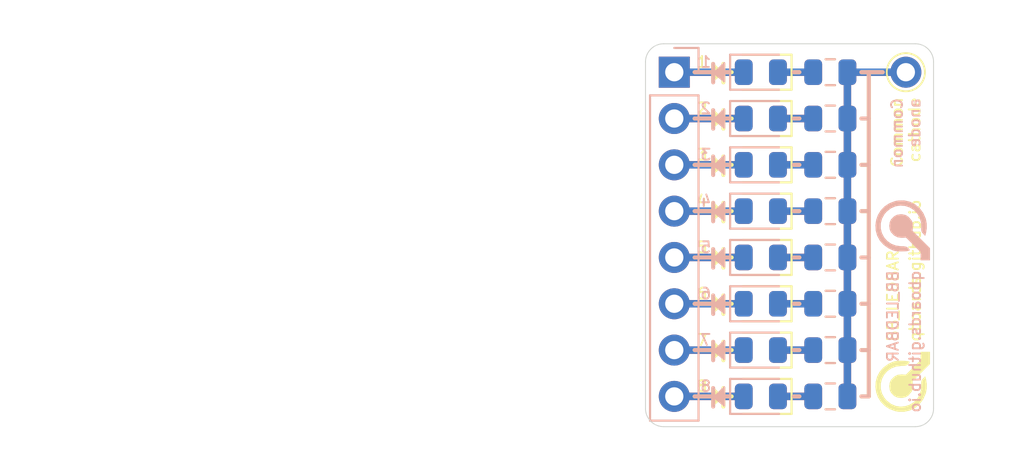
<source format=kicad_pcb>
(kicad_pcb (version 20171130) (host pcbnew "(5.1.2)-1")

  (general
    (thickness 1.2)
    (drawings 108)
    (tracks 49)
    (zones 0)
    (modules 37)
    (nets 26)
  )

  (page A4)
  (title_block
    (title BB-LED)
    (rev 1)
    (company QBoards)
    (comment 1 "Single SMD led breakout with current limiting resistor")
  )

  (layers
    (0 F.Cu signal)
    (31 B.Cu signal)
    (32 B.Adhes user hide)
    (33 F.Adhes user hide)
    (34 B.Paste user hide)
    (35 F.Paste user hide)
    (36 B.SilkS user)
    (37 F.SilkS user)
    (38 B.Mask user hide)
    (39 F.Mask user hide)
    (40 Dwgs.User user hide)
    (41 Cmts.User user hide)
    (42 Eco1.User user hide)
    (43 Eco2.User user hide)
    (44 Edge.Cuts user)
    (45 Margin user hide)
    (46 B.CrtYd user hide)
    (47 F.CrtYd user hide)
    (48 B.Fab user hide)
    (49 F.Fab user hide)
  )

  (setup
    (last_trace_width 0.406)
    (user_trace_width 0.406)
    (trace_clearance 0.2032)
    (zone_clearance 0.508)
    (zone_45_only no)
    (trace_min 0.1524)
    (via_size 0.8)
    (via_drill 0.4)
    (via_min_size 0.4)
    (via_min_drill 0.3048)
    (uvia_size 0.3)
    (uvia_drill 0.1)
    (uvias_allowed no)
    (uvia_min_size 0.2)
    (uvia_min_drill 0.1)
    (edge_width 0.05)
    (segment_width 0.2)
    (pcb_text_width 0.3)
    (pcb_text_size 1.5 1.5)
    (mod_edge_width 0.12)
    (mod_text_size 1 1)
    (mod_text_width 0.15)
    (pad_size 1.524 1.524)
    (pad_drill 0.762)
    (pad_to_mask_clearance 0.051)
    (solder_mask_min_width 0.25)
    (aux_axis_origin 0 0)
    (visible_elements 7FFFFFFF)
    (pcbplotparams
      (layerselection 0x010fc_ffffffff)
      (usegerberextensions false)
      (usegerberattributes false)
      (usegerberadvancedattributes false)
      (creategerberjobfile false)
      (excludeedgelayer true)
      (linewidth 0.100000)
      (plotframeref false)
      (viasonmask false)
      (mode 1)
      (useauxorigin false)
      (hpglpennumber 1)
      (hpglpenspeed 20)
      (hpglpendiameter 15.000000)
      (psnegative false)
      (psa4output false)
      (plotreference true)
      (plotvalue true)
      (plotinvisibletext false)
      (padsonsilk false)
      (subtractmaskfromsilk false)
      (outputformat 1)
      (mirror false)
      (drillshape 0)
      (scaleselection 1)
      (outputdirectory "output/"))
  )

  (net 0 "")
  (net 1 "Net-(J2-Pad1)")
  (net 2 "Net-(DA_1-Pad1)")
  (net 3 "Net-(DA_1-Pad2)")
  (net 4 "Net-(DA_2-Pad2)")
  (net 5 "Net-(DA_2-Pad1)")
  (net 6 "Net-(DA_3-Pad2)")
  (net 7 "Net-(DA_3-Pad1)")
  (net 8 "Net-(DA_4-Pad2)")
  (net 9 "Net-(DA_4-Pad1)")
  (net 10 "Net-(DA_5-Pad2)")
  (net 11 "Net-(DA_5-Pad1)")
  (net 12 "Net-(DA_6-Pad2)")
  (net 13 "Net-(DA_6-Pad1)")
  (net 14 "Net-(DA_7-Pad2)")
  (net 15 "Net-(DA_7-Pad1)")
  (net 16 "Net-(DA_8-Pad2)")
  (net 17 "Net-(DA_8-Pad1)")
  (net 18 "Net-(DB_1-Pad2)")
  (net 19 "Net-(DB_2-Pad2)")
  (net 20 "Net-(DB_3-Pad2)")
  (net 21 "Net-(DB_4-Pad2)")
  (net 22 "Net-(DB_5-Pad2)")
  (net 23 "Net-(DB_6-Pad2)")
  (net 24 "Net-(DB_7-Pad2)")
  (net 25 "Net-(DB_8-Pad2)")

  (net_class Default "This is the default net class."
    (clearance 0.2032)
    (trace_width 0.2032)
    (via_dia 0.8)
    (via_drill 0.4)
    (uvia_dia 0.3)
    (uvia_drill 0.1)
    (add_net "Net-(DA_1-Pad1)")
    (add_net "Net-(DA_1-Pad2)")
    (add_net "Net-(DA_2-Pad1)")
    (add_net "Net-(DA_2-Pad2)")
    (add_net "Net-(DA_3-Pad1)")
    (add_net "Net-(DA_3-Pad2)")
    (add_net "Net-(DA_4-Pad1)")
    (add_net "Net-(DA_4-Pad2)")
    (add_net "Net-(DA_5-Pad1)")
    (add_net "Net-(DA_5-Pad2)")
    (add_net "Net-(DA_6-Pad1)")
    (add_net "Net-(DA_6-Pad2)")
    (add_net "Net-(DA_7-Pad1)")
    (add_net "Net-(DA_7-Pad2)")
    (add_net "Net-(DA_8-Pad1)")
    (add_net "Net-(DA_8-Pad2)")
    (add_net "Net-(DB_1-Pad2)")
    (add_net "Net-(DB_2-Pad2)")
    (add_net "Net-(DB_3-Pad2)")
    (add_net "Net-(DB_4-Pad2)")
    (add_net "Net-(DB_5-Pad2)")
    (add_net "Net-(DB_6-Pad2)")
    (add_net "Net-(DB_7-Pad2)")
    (add_net "Net-(DB_8-Pad2)")
    (add_net "Net-(J2-Pad1)")
  )

  (module qboards_aesthetics:logo_url-3mm (layer F.Cu) (tedit 5CF579B1) (tstamp 60126261)
    (at 208.026 116.332 90)
    (fp_text reference BB_LEDBAR (at 2.4384 -0.4572 90) (layer F.SilkS)
      (effects (font (size 0.6 0.6) (thickness 0.1)) (justify left))
    )
    (fp_text value LOGO_BRD_REF (at 0 2.3622 90) (layer F.SilkS) hide
      (effects (font (size 0.6 0.6) (thickness 0.1)))
    )
    (fp_text user qboards.github.io (at 2.4384 0.762 90) (layer F.SilkS)
      (effects (font (size 0.6 0.6) (thickness 0.1)) (justify left))
    )
    (fp_poly (pts (xy 0.301751 -1.394461) (xy 0.582667 -1.316111) (xy 0.844161 -1.176542) (xy 1.075553 -0.974514)
      (xy 1.266161 -0.708785) (xy 1.303875 -0.636973) (xy 1.37773 -0.475836) (xy 1.419998 -0.342842)
      (xy 1.439126 -0.20029) (xy 1.443566 -0.013664) (xy 1.439594 0.157438) (xy 1.429078 0.303015)
      (xy 1.414115 0.396238) (xy 1.410711 0.406392) (xy 1.383931 0.456332) (xy 1.348489 0.45341)
      (xy 1.279461 0.394371) (xy 1.273128 0.388429) (xy 1.21484 0.321997) (xy 1.182885 0.243632)
      (xy 1.169652 0.126196) (xy 1.16747 0.011671) (xy 1.130012 -0.29018) (xy 1.02716 -0.553497)
      (xy 0.869991 -0.773577) (xy 0.669584 -0.945712) (xy 0.437018 -1.065199) (xy 0.183372 -1.127332)
      (xy -0.080277 -1.127405) (xy -0.342849 -1.060714) (xy -0.593266 -0.922552) (xy -0.738616 -0.797882)
      (xy -0.922376 -0.561969) (xy -1.032169 -0.306442) (xy -1.072891 -0.042499) (xy -1.049439 0.218666)
      (xy -0.966708 0.465853) (xy -0.829594 0.687868) (xy -0.642992 0.873513) (xy -0.411797 1.011592)
      (xy -0.140906 1.090908) (xy 0.09333 1.104832) (xy 0.248968 1.102978) (xy 0.34842 1.116252)
      (xy 0.419803 1.151909) (xy 0.478353 1.204178) (xy 0.587693 1.313518) (xy 0.422963 1.359256)
      (xy 0.178868 1.397375) (xy -0.090528 1.392549) (xy -0.338117 1.345713) (xy -0.343492 1.344052)
      (xy -0.660977 1.204782) (xy -0.925946 1.007348) (xy -1.132568 0.76185) (xy -1.275016 0.47839)
      (xy -1.347458 0.167068) (xy -1.344068 -0.162016) (xy -1.311358 -0.333052) (xy -1.193529 -0.648479)
      (xy -1.020362 -0.911375) (xy -0.802536 -1.1205) (xy -0.550731 -1.274612) (xy -0.275628 -1.372471)
      (xy 0.012092 -1.412834) (xy 0.301751 -1.394461)) (layer F.SilkS) (width 0.01))
    (fp_poly (pts (xy 0.229107 -0.630267) (xy 0.384132 -0.565267) (xy 0.392712 -0.559141) (xy 0.571873 -0.387566)
      (xy 0.671563 -0.193924) (xy 0.695785 0.029709) (xy 0.695247 0.039303) (xy 0.681566 0.260639)
      (xy 1.082897 0.66372) (xy 1.484227 1.0668) (xy 1.9304 1.0668) (xy 1.9304 1.5748)
      (xy 1.272852 1.5748) (xy 0.794695 1.095283) (xy 0.316537 0.615765) (xy 0.096885 0.633387)
      (xy -0.056582 0.636172) (xy -0.169617 0.608257) (xy -0.267041 0.551988) (xy -0.441484 0.406408)
      (xy -0.543765 0.250165) (xy -0.585771 0.062377) (xy -0.588434 -0.0127) (xy -0.563995 -0.217089)
      (xy -0.482479 -0.383076) (xy -0.331592 -0.533767) (xy -0.296964 -0.560417) (xy -0.146721 -0.627908)
      (xy 0.040396 -0.651169) (xy 0.229107 -0.630267)) (layer F.SilkS) (width 0.01))
  )

  (module qboards_aesthetics:logo_url-3mm (layer B.Cu) (tedit 5CF579B1) (tstamp 601261BE)
    (at 208.026 107.442 270)
    (fp_text reference BB_LEDBAR (at 2.4384 0.4572 90) (layer B.SilkS)
      (effects (font (size 0.6 0.6) (thickness 0.1)) (justify left mirror))
    )
    (fp_text value LOGO_BRD_REF (at 0 -2.3622 90) (layer B.SilkS) hide
      (effects (font (size 0.6 0.6) (thickness 0.1)) (justify mirror))
    )
    (fp_text user qboards.github.io (at 2.4384 -0.762 90) (layer B.SilkS)
      (effects (font (size 0.6 0.6) (thickness 0.1)) (justify left mirror))
    )
    (fp_poly (pts (xy 0.301751 1.394461) (xy 0.582667 1.316111) (xy 0.844161 1.176542) (xy 1.075553 0.974514)
      (xy 1.266161 0.708785) (xy 1.303875 0.636973) (xy 1.37773 0.475836) (xy 1.419998 0.342842)
      (xy 1.439126 0.20029) (xy 1.443566 0.013664) (xy 1.439594 -0.157438) (xy 1.429078 -0.303015)
      (xy 1.414115 -0.396238) (xy 1.410711 -0.406392) (xy 1.383931 -0.456332) (xy 1.348489 -0.45341)
      (xy 1.279461 -0.394371) (xy 1.273128 -0.388429) (xy 1.21484 -0.321997) (xy 1.182885 -0.243632)
      (xy 1.169652 -0.126196) (xy 1.16747 -0.011671) (xy 1.130012 0.29018) (xy 1.02716 0.553497)
      (xy 0.869991 0.773577) (xy 0.669584 0.945712) (xy 0.437018 1.065199) (xy 0.183372 1.127332)
      (xy -0.080277 1.127405) (xy -0.342849 1.060714) (xy -0.593266 0.922552) (xy -0.738616 0.797882)
      (xy -0.922376 0.561969) (xy -1.032169 0.306442) (xy -1.072891 0.042499) (xy -1.049439 -0.218666)
      (xy -0.966708 -0.465853) (xy -0.829594 -0.687868) (xy -0.642992 -0.873513) (xy -0.411797 -1.011592)
      (xy -0.140906 -1.090908) (xy 0.09333 -1.104832) (xy 0.248968 -1.102978) (xy 0.34842 -1.116252)
      (xy 0.419803 -1.151909) (xy 0.478353 -1.204178) (xy 0.587693 -1.313518) (xy 0.422963 -1.359256)
      (xy 0.178868 -1.397375) (xy -0.090528 -1.392549) (xy -0.338117 -1.345713) (xy -0.343492 -1.344052)
      (xy -0.660977 -1.204782) (xy -0.925946 -1.007348) (xy -1.132568 -0.76185) (xy -1.275016 -0.47839)
      (xy -1.347458 -0.167068) (xy -1.344068 0.162016) (xy -1.311358 0.333052) (xy -1.193529 0.648479)
      (xy -1.020362 0.911375) (xy -0.802536 1.1205) (xy -0.550731 1.274612) (xy -0.275628 1.372471)
      (xy 0.012092 1.412834) (xy 0.301751 1.394461)) (layer B.SilkS) (width 0.01))
    (fp_poly (pts (xy 0.229107 0.630267) (xy 0.384132 0.565267) (xy 0.392712 0.559141) (xy 0.571873 0.387566)
      (xy 0.671563 0.193924) (xy 0.695785 -0.029709) (xy 0.695247 -0.039303) (xy 0.681566 -0.260639)
      (xy 1.082897 -0.66372) (xy 1.484227 -1.0668) (xy 1.9304 -1.0668) (xy 1.9304 -1.5748)
      (xy 1.272852 -1.5748) (xy 0.794695 -1.095283) (xy 0.316537 -0.615765) (xy 0.096885 -0.633387)
      (xy -0.056582 -0.636172) (xy -0.169617 -0.608257) (xy -0.267041 -0.551988) (xy -0.441484 -0.406408)
      (xy -0.543765 -0.250165) (xy -0.585771 -0.062377) (xy -0.588434 0.0127) (xy -0.563995 0.217089)
      (xy -0.482479 0.383076) (xy -0.331592 0.533767) (xy -0.296964 0.560417) (xy -0.146721 0.627908)
      (xy 0.040396 0.651169) (xy 0.229107 0.630267)) (layer B.SilkS) (width 0.01))
  )

  (module Resistor_SMD:R_0805_2012Metric (layer F.Cu) (tedit 5B36C52B) (tstamp 5CFEB6AF)
    (at 204.1375 99.06)
    (descr "Resistor SMD 0805 (2012 Metric), square (rectangular) end terminal, IPC_7351 nominal, (Body size source: https://docs.google.com/spreadsheets/d/1BsfQQcO9C6DZCsRaXUlFlo91Tg2WpOkGARC1WS5S8t0/edit?usp=sharing), generated with kicad-footprint-generator")
    (tags resistor)
    (path /5CFE69BE)
    (attr smd)
    (fp_text reference RA_1 (at 2.7155 0) (layer F.SilkS) hide
      (effects (font (size 1 1) (thickness 0.15)))
    )
    (fp_text value R (at 0 1.65) (layer F.Fab) hide
      (effects (font (size 1 1) (thickness 0.15)))
    )
    (fp_line (start -1 0.6) (end -1 -0.6) (layer F.Fab) (width 0.1))
    (fp_line (start -1 -0.6) (end 1 -0.6) (layer F.Fab) (width 0.1))
    (fp_line (start 1 -0.6) (end 1 0.6) (layer F.Fab) (width 0.1))
    (fp_line (start 1 0.6) (end -1 0.6) (layer F.Fab) (width 0.1))
    (fp_line (start -0.258578 -0.71) (end 0.258578 -0.71) (layer F.SilkS) (width 0.12))
    (fp_line (start -0.258578 0.71) (end 0.258578 0.71) (layer F.SilkS) (width 0.12))
    (fp_line (start -1.68 0.95) (end -1.68 -0.95) (layer F.CrtYd) (width 0.05))
    (fp_line (start -1.68 -0.95) (end 1.68 -0.95) (layer F.CrtYd) (width 0.05))
    (fp_line (start 1.68 -0.95) (end 1.68 0.95) (layer F.CrtYd) (width 0.05))
    (fp_line (start 1.68 0.95) (end -1.68 0.95) (layer F.CrtYd) (width 0.05))
    (fp_text user %R (at 0 0) (layer F.Fab) hide
      (effects (font (size 0.5 0.5) (thickness 0.08)))
    )
    (pad 1 smd roundrect (at -0.9375 0) (size 0.975 1.4) (layers F.Cu F.Paste F.Mask) (roundrect_rratio 0.25)
      (net 2 "Net-(DA_1-Pad1)"))
    (pad 2 smd roundrect (at 0.9375 0) (size 0.975 1.4) (layers F.Cu F.Paste F.Mask) (roundrect_rratio 0.25)
      (net 1 "Net-(J2-Pad1)"))
    (model ${KISYS3DMOD}/Resistor_SMD.3dshapes/R_0805_2012Metric.wrl
      (at (xyz 0 0 0))
      (scale (xyz 1 1 1))
      (rotate (xyz 0 0 0))
    )
  )

  (module qboards_aesthetics:breadboard-guide (layer F.Cu) (tedit 5CF80C42) (tstamp 6011C1B2)
    (at 162.56 96.52)
    (fp_text reference REF** (at 1.9304 0.8636 90) (layer F.SilkS) hide
      (effects (font (size 1 1) (thickness 0.15)))
    )
    (fp_text value breadboard-guide (at -5.08 11.43 90) (layer F.Fab) hide
      (effects (font (size 1 1) (thickness 0.15)))
    )
    (fp_line (start 52.07 24.13) (end 52.07 -1.27) (layer F.Fab) (width 0.3))
    (fp_line (start -3.81 24.13) (end -3.81 -1.27) (layer F.Fab) (width 0.3))
    (fp_circle (center 15.24 22.86) (end 15.763634 22.86) (layer F.Fab) (width 0.4))
    (fp_circle (center 15.24 20.32) (end 15.763634 20.32) (layer F.Fab) (width 0.4))
    (fp_circle (center 15.24 17.78) (end 15.763634 17.78) (layer F.Fab) (width 0.4))
    (fp_circle (center 15.24 15.24) (end 15.763634 15.24) (layer F.Fab) (width 0.4))
    (fp_circle (center 15.24 12.7) (end 15.763634 12.7) (layer F.Fab) (width 0.4))
    (fp_circle (center 15.24 10.16) (end 15.763634 10.16) (layer F.Fab) (width 0.4))
    (fp_circle (center 15.24 7.62) (end 15.763634 7.62) (layer F.Fab) (width 0.4))
    (fp_circle (center 15.24 5.08) (end 15.763634 5.08) (layer F.Fab) (width 0.4))
    (fp_circle (center 15.24 2.54) (end 15.763634 2.54) (layer F.Fab) (width 0.4))
    (fp_circle (center 27.94 22.86) (end 28.463634 22.86) (layer F.Fab) (width 0.4))
    (fp_circle (center 27.94 20.32) (end 28.463634 20.32) (layer F.Fab) (width 0.4))
    (fp_circle (center 27.94 17.78) (end 28.463634 17.78) (layer F.Fab) (width 0.4))
    (fp_circle (center 27.94 15.24) (end 28.463634 15.24) (layer F.Fab) (width 0.4))
    (fp_circle (center 27.94 12.7) (end 28.463634 12.7) (layer F.Fab) (width 0.4))
    (fp_circle (center 27.94 10.16) (end 28.463634 10.16) (layer F.Fab) (width 0.4))
    (fp_circle (center 27.94 7.62) (end 28.463634 7.62) (layer F.Fab) (width 0.4))
    (fp_circle (center 27.94 5.08) (end 28.463634 5.08) (layer F.Fab) (width 0.4))
    (fp_circle (center 27.94 2.54) (end 28.463634 2.54) (layer F.Fab) (width 0.4))
    (fp_circle (center 2.524366 22.86) (end 3.048 22.86) (layer F.Fab) (width 0.4))
    (fp_circle (center 2.524366 20.32) (end 3.048 20.32) (layer F.Fab) (width 0.4))
    (fp_circle (center 2.524366 17.78) (end 3.048 17.78) (layer F.Fab) (width 0.4))
    (fp_circle (center 2.524366 15.24) (end 3.048 15.24) (layer F.Fab) (width 0.4))
    (fp_circle (center 2.524366 12.7) (end 3.048 12.7) (layer F.Fab) (width 0.4))
    (fp_circle (center 2.524366 10.16) (end 3.048 10.16) (layer F.Fab) (width 0.4))
    (fp_circle (center 2.524366 7.62) (end 3.048 7.62) (layer F.Fab) (width 0.4))
    (fp_circle (center 2.524366 5.08) (end 3.048 5.08) (layer F.Fab) (width 0.4))
    (fp_circle (center 2.524366 2.54) (end 3.048 2.54) (layer F.Fab) (width 0.4))
    (fp_circle (center 12.7 22.86) (end 13.223634 22.86) (layer F.Fab) (width 0.4))
    (fp_circle (center 12.7 20.32) (end 13.223634 20.32) (layer F.Fab) (width 0.4))
    (fp_circle (center 12.7 17.78) (end 13.223634 17.78) (layer F.Fab) (width 0.4))
    (fp_circle (center 12.7 15.24) (end 13.223634 15.24) (layer F.Fab) (width 0.4))
    (fp_circle (center 12.7 12.7) (end 13.223634 12.7) (layer F.Fab) (width 0.4))
    (fp_circle (center 12.7 10.16) (end 13.223634 10.16) (layer F.Fab) (width 0.4))
    (fp_circle (center 12.7 7.62) (end 13.223634 7.62) (layer F.Fab) (width 0.4))
    (fp_circle (center 12.7 5.08) (end 13.223634 5.08) (layer F.Fab) (width 0.4))
    (fp_circle (center 12.7 2.54) (end 13.223634 2.54) (layer F.Fab) (width 0.4))
    (fp_circle (center 17.78 22.86) (end 18.303634 22.86) (layer F.Fab) (width 0.4))
    (fp_circle (center 17.78 20.32) (end 18.303634 20.32) (layer F.Fab) (width 0.4))
    (fp_circle (center 17.78 17.78) (end 18.303634 17.78) (layer F.Fab) (width 0.4))
    (fp_circle (center 17.78 15.24) (end 18.303634 15.24) (layer F.Fab) (width 0.4))
    (fp_circle (center 17.78 12.7) (end 18.303634 12.7) (layer F.Fab) (width 0.4))
    (fp_circle (center 17.78 10.16) (end 18.303634 10.16) (layer F.Fab) (width 0.4))
    (fp_circle (center 17.78 7.62) (end 18.303634 7.62) (layer F.Fab) (width 0.4))
    (fp_circle (center 17.78 5.08) (end 18.303634 5.08) (layer F.Fab) (width 0.4))
    (fp_circle (center 17.78 2.54) (end 18.303634 2.54) (layer F.Fab) (width 0.4))
    (fp_circle (center 48.244366 22.86) (end 48.768 22.86) (layer F.Fab) (width 0.4))
    (fp_circle (center 48.244366 20.32) (end 48.768 20.32) (layer F.Fab) (width 0.4))
    (fp_circle (center 48.244366 17.78) (end 48.768 17.78) (layer F.Fab) (width 0.4))
    (fp_circle (center 48.244366 15.24) (end 48.768 15.24) (layer F.Fab) (width 0.4))
    (fp_circle (center 48.244366 12.7) (end 48.768 12.7) (layer F.Fab) (width 0.4))
    (fp_circle (center 48.244366 10.16) (end 48.768 10.16) (layer F.Fab) (width 0.4))
    (fp_circle (center 48.244366 7.62) (end 48.768 7.62) (layer F.Fab) (width 0.4))
    (fp_circle (center 48.244366 5.08) (end 48.768 5.08) (layer F.Fab) (width 0.4))
    (fp_circle (center 48.244366 2.54) (end 48.768 2.54) (layer F.Fab) (width 0.4))
    (fp_circle (center 45.72 22.86) (end 46.243634 22.86) (layer F.Fab) (width 0.4))
    (fp_circle (center 45.72 20.32) (end 46.243634 20.32) (layer F.Fab) (width 0.4))
    (fp_circle (center 45.72 17.78) (end 46.243634 17.78) (layer F.Fab) (width 0.4))
    (fp_circle (center 45.72 15.24) (end 46.243634 15.24) (layer F.Fab) (width 0.4))
    (fp_circle (center 45.72 12.7) (end 46.243634 12.7) (layer F.Fab) (width 0.4))
    (fp_circle (center 45.72 10.16) (end 46.243634 10.16) (layer F.Fab) (width 0.4))
    (fp_circle (center 45.72 7.62) (end 46.243634 7.62) (layer F.Fab) (width 0.4))
    (fp_circle (center 45.72 5.08) (end 46.243634 5.08) (layer F.Fab) (width 0.4))
    (fp_circle (center 45.72 2.54) (end 46.243634 2.54) (layer F.Fab) (width 0.4))
    (fp_circle (center 0 22.86) (end 0.523634 22.86) (layer F.Fab) (width 0.4))
    (fp_circle (center 0 20.32) (end 0.523634 20.32) (layer F.Fab) (width 0.4))
    (fp_circle (center 0 17.78) (end 0.523634 17.78) (layer F.Fab) (width 0.4))
    (fp_circle (center 0 15.24) (end 0.523634 15.24) (layer F.Fab) (width 0.4))
    (fp_circle (center 0 12.7) (end 0.523634 12.7) (layer F.Fab) (width 0.4))
    (fp_circle (center 0 10.16) (end 0.523634 10.16) (layer F.Fab) (width 0.4))
    (fp_circle (center 0 7.62) (end 0.523634 7.62) (layer F.Fab) (width 0.4))
    (fp_circle (center 0 5.08) (end 0.523634 5.08) (layer F.Fab) (width 0.4))
    (fp_circle (center 0 2.54) (end 0.523634 2.54) (layer F.Fab) (width 0.4))
    (fp_circle (center 20.304366 22.86) (end 20.828 22.86) (layer F.Fab) (width 0.4))
    (fp_circle (center 20.304366 20.32) (end 20.828 20.32) (layer F.Fab) (width 0.4))
    (fp_circle (center 20.304366 17.78) (end 20.828 17.78) (layer F.Fab) (width 0.4))
    (fp_circle (center 20.304366 15.24) (end 20.828 15.24) (layer F.Fab) (width 0.4))
    (fp_circle (center 20.304366 12.7) (end 20.828 12.7) (layer F.Fab) (width 0.4))
    (fp_circle (center 20.304366 10.16) (end 20.828 10.16) (layer F.Fab) (width 0.4))
    (fp_circle (center 20.304366 7.62) (end 20.828 7.62) (layer F.Fab) (width 0.4))
    (fp_circle (center 20.304366 5.08) (end 20.828 5.08) (layer F.Fab) (width 0.4))
    (fp_circle (center 20.304366 2.54) (end 20.828 2.54) (layer F.Fab) (width 0.4))
    (fp_circle (center 10.16 22.86) (end 10.683634 22.86) (layer F.Fab) (width 0.4))
    (fp_circle (center 10.16 20.32) (end 10.683634 20.32) (layer F.Fab) (width 0.4))
    (fp_circle (center 10.16 17.78) (end 10.683634 17.78) (layer F.Fab) (width 0.4))
    (fp_circle (center 10.16 15.24) (end 10.683634 15.24) (layer F.Fab) (width 0.4))
    (fp_circle (center 10.16 12.7) (end 10.683634 12.7) (layer F.Fab) (width 0.4))
    (fp_circle (center 10.16 10.16) (end 10.683634 10.16) (layer F.Fab) (width 0.4))
    (fp_circle (center 10.16 7.62) (end 10.683634 7.62) (layer F.Fab) (width 0.4))
    (fp_circle (center 10.16 5.08) (end 10.683634 5.08) (layer F.Fab) (width 0.4))
    (fp_circle (center 10.16 2.54) (end 10.683634 2.54) (layer F.Fab) (width 0.4))
    (fp_circle (center 33.02 22.86) (end 33.543634 22.86) (layer F.Fab) (width 0.4))
    (fp_circle (center 33.02 20.32) (end 33.543634 20.32) (layer F.Fab) (width 0.4))
    (fp_circle (center 33.02 17.78) (end 33.543634 17.78) (layer F.Fab) (width 0.4))
    (fp_circle (center 33.02 15.24) (end 33.543634 15.24) (layer F.Fab) (width 0.4))
    (fp_circle (center 33.02 12.7) (end 33.543634 12.7) (layer F.Fab) (width 0.4))
    (fp_circle (center 33.02 10.16) (end 33.543634 10.16) (layer F.Fab) (width 0.4))
    (fp_circle (center 33.02 7.62) (end 33.543634 7.62) (layer F.Fab) (width 0.4))
    (fp_circle (center 33.02 5.08) (end 33.543634 5.08) (layer F.Fab) (width 0.4))
    (fp_circle (center 33.02 2.54) (end 33.543634 2.54) (layer F.Fab) (width 0.4))
    (fp_circle (center 30.48 22.86) (end 31.003634 22.86) (layer F.Fab) (width 0.4))
    (fp_circle (center 30.48 20.32) (end 31.003634 20.32) (layer F.Fab) (width 0.4))
    (fp_circle (center 30.48 17.78) (end 31.003634 17.78) (layer F.Fab) (width 0.4))
    (fp_circle (center 30.48 15.24) (end 31.003634 15.24) (layer F.Fab) (width 0.4))
    (fp_circle (center 30.48 12.7) (end 31.003634 12.7) (layer F.Fab) (width 0.4))
    (fp_circle (center 30.48 10.16) (end 31.003634 10.16) (layer F.Fab) (width 0.4))
    (fp_circle (center 30.48 7.62) (end 31.003634 7.62) (layer F.Fab) (width 0.4))
    (fp_circle (center 30.48 5.08) (end 31.003634 5.08) (layer F.Fab) (width 0.4))
    (fp_circle (center 30.48 2.54) (end 31.003634 2.54) (layer F.Fab) (width 0.4))
    (fp_circle (center 35.56 22.86) (end 36.083634 22.86) (layer F.Fab) (width 0.4))
    (fp_circle (center 35.56 20.32) (end 36.083634 20.32) (layer F.Fab) (width 0.4))
    (fp_circle (center 35.56 17.78) (end 36.083634 17.78) (layer F.Fab) (width 0.4))
    (fp_circle (center 35.56 15.24) (end 36.083634 15.24) (layer F.Fab) (width 0.4))
    (fp_circle (center 35.56 12.7) (end 36.083634 12.7) (layer F.Fab) (width 0.4))
    (fp_circle (center 35.56 10.16) (end 36.083634 10.16) (layer F.Fab) (width 0.4))
    (fp_circle (center 35.56 7.62) (end 36.083634 7.62) (layer F.Fab) (width 0.4))
    (fp_circle (center 35.56 5.08) (end 36.083634 5.08) (layer F.Fab) (width 0.4))
    (fp_circle (center 35.56 2.54) (end 36.083634 2.54) (layer F.Fab) (width 0.4))
    (fp_circle (center 38.084366 22.86) (end 38.608 22.86) (layer F.Fab) (width 0.4))
    (fp_circle (center 38.084366 20.32) (end 38.608 20.32) (layer F.Fab) (width 0.4))
    (fp_circle (center 38.084366 17.78) (end 38.608 17.78) (layer F.Fab) (width 0.4))
    (fp_circle (center 38.084366 15.24) (end 38.608 15.24) (layer F.Fab) (width 0.4))
    (fp_circle (center 38.084366 12.7) (end 38.608 12.7) (layer F.Fab) (width 0.4))
    (fp_circle (center 38.084366 10.16) (end 38.608 10.16) (layer F.Fab) (width 0.4))
    (fp_circle (center 38.084366 7.62) (end 38.608 7.62) (layer F.Fab) (width 0.4))
    (fp_circle (center 38.084366 5.08) (end 38.608 5.08) (layer F.Fab) (width 0.4))
    (fp_circle (center 38.084366 2.54) (end 38.608 2.54) (layer F.Fab) (width 0.4))
    (fp_circle (center 10.16 0) (end 10.683634 0) (layer F.Fab) (width 0.4))
    (fp_circle (center 15.24 0) (end 15.763634 0) (layer F.Fab) (width 0.4))
    (fp_circle (center 12.7 0) (end 13.223634 0) (layer F.Fab) (width 0.4))
    (fp_circle (center 17.78 0) (end 18.303634 0) (layer F.Fab) (width 0.4))
    (fp_circle (center 20.304366 0) (end 20.828 0) (layer F.Fab) (width 0.4))
    (fp_circle (center 2.524366 0) (end 3.048 0) (layer F.Fab) (width 0.4))
    (fp_circle (center 0 0) (end 0.523634 0) (layer F.Fab) (width 0.4))
    (fp_circle (center 45.72 0) (end 46.243634 0) (layer F.Fab) (width 0.4))
    (fp_circle (center 48.244366 0) (end 48.768 0) (layer F.Fab) (width 0.4))
    (fp_circle (center 27.94 0) (end 28.463634 0) (layer F.Fab) (width 0.4))
    (fp_circle (center 30.48 0) (end 31.003634 0) (layer F.Fab) (width 0.4))
    (fp_circle (center 33.02 0) (end 33.543634 0) (layer F.Fab) (width 0.4))
    (fp_circle (center 35.56 0) (end 36.083634 0) (layer F.Fab) (width 0.4))
    (fp_circle (center 38.084366 0) (end 38.608 0) (layer F.Fab) (width 0.4))
  )

  (module Connector_PinHeader_2.54mm:PinHeader_1x08_P2.54mm_Vertical (layer B.Cu) (tedit 59FED5CC) (tstamp 6011BB84)
    (at 195.58 99.06 180)
    (descr "Through hole straight pin header, 1x08, 2.54mm pitch, single row")
    (tags "Through hole pin header THT 1x08 2.54mm single row")
    (path /6011D095)
    (fp_text reference J1 (at 0 2.33) (layer B.SilkS) hide
      (effects (font (size 1 1) (thickness 0.15)) (justify mirror))
    )
    (fp_text value Conn_01x08_Male (at 0 -20.11) (layer B.Fab) hide
      (effects (font (size 1 1) (thickness 0.15)) (justify mirror))
    )
    (fp_text user %R (at 0 -8.89 270) (layer B.Fab) hide
      (effects (font (size 1 1) (thickness 0.15)) (justify mirror))
    )
    (fp_line (start 1.8 1.8) (end -1.8 1.8) (layer B.CrtYd) (width 0.05))
    (fp_line (start 1.8 -19.55) (end 1.8 1.8) (layer B.CrtYd) (width 0.05))
    (fp_line (start -1.8 -19.55) (end 1.8 -19.55) (layer B.CrtYd) (width 0.05))
    (fp_line (start -1.8 1.8) (end -1.8 -19.55) (layer B.CrtYd) (width 0.05))
    (fp_line (start -1.33 1.33) (end 0 1.33) (layer B.SilkS) (width 0.12))
    (fp_line (start -1.33 0) (end -1.33 1.33) (layer B.SilkS) (width 0.12))
    (fp_line (start -1.33 -1.27) (end 1.33 -1.27) (layer B.SilkS) (width 0.12))
    (fp_line (start 1.33 -1.27) (end 1.33 -19.11) (layer B.SilkS) (width 0.12))
    (fp_line (start -1.33 -1.27) (end -1.33 -19.11) (layer B.SilkS) (width 0.12))
    (fp_line (start -1.33 -19.11) (end 1.33 -19.11) (layer B.SilkS) (width 0.12))
    (fp_line (start -1.27 0.635) (end -0.635 1.27) (layer B.Fab) (width 0.1))
    (fp_line (start -1.27 -19.05) (end -1.27 0.635) (layer B.Fab) (width 0.1))
    (fp_line (start 1.27 -19.05) (end -1.27 -19.05) (layer B.Fab) (width 0.1))
    (fp_line (start 1.27 1.27) (end 1.27 -19.05) (layer B.Fab) (width 0.1))
    (fp_line (start -0.635 1.27) (end 1.27 1.27) (layer B.Fab) (width 0.1))
    (pad 8 thru_hole oval (at 0 -17.78 180) (size 1.7 1.7) (drill 1) (layers *.Cu *.Mask)
      (net 16 "Net-(DA_8-Pad2)"))
    (pad 7 thru_hole oval (at 0 -15.24 180) (size 1.7 1.7) (drill 1) (layers *.Cu *.Mask)
      (net 14 "Net-(DA_7-Pad2)"))
    (pad 6 thru_hole oval (at 0 -12.7 180) (size 1.7 1.7) (drill 1) (layers *.Cu *.Mask)
      (net 12 "Net-(DA_6-Pad2)"))
    (pad 5 thru_hole oval (at 0 -10.16 180) (size 1.7 1.7) (drill 1) (layers *.Cu *.Mask)
      (net 10 "Net-(DA_5-Pad2)"))
    (pad 4 thru_hole oval (at 0 -7.62 180) (size 1.7 1.7) (drill 1) (layers *.Cu *.Mask)
      (net 8 "Net-(DA_4-Pad2)"))
    (pad 3 thru_hole oval (at 0 -5.08 180) (size 1.7 1.7) (drill 1) (layers *.Cu *.Mask)
      (net 6 "Net-(DA_3-Pad2)"))
    (pad 2 thru_hole oval (at 0 -2.54 180) (size 1.7 1.7) (drill 1) (layers *.Cu *.Mask)
      (net 4 "Net-(DA_2-Pad2)"))
    (pad 1 thru_hole rect (at 0 0 180) (size 1.7 1.7) (drill 1) (layers *.Cu *.Mask)
      (net 3 "Net-(DA_1-Pad2)"))
    (model ${KISYS3DMOD}/Connector_PinHeader_2.54mm.3dshapes/PinHeader_1x08_P2.54mm_Vertical.wrl
      (at (xyz 0 0 0))
      (scale (xyz 1 1 1))
      (rotate (xyz 0 0 0))
    )
  )

  (module Resistor_SMD:R_0805_2012Metric (layer B.Cu) (tedit 5B36C52B) (tstamp 6011B2A7)
    (at 204.1375 116.84)
    (descr "Resistor SMD 0805 (2012 Metric), square (rectangular) end terminal, IPC_7351 nominal, (Body size source: https://docs.google.com/spreadsheets/d/1BsfQQcO9C6DZCsRaXUlFlo91Tg2WpOkGARC1WS5S8t0/edit?usp=sharing), generated with kicad-footprint-generator")
    (tags resistor)
    (path /6014DD48)
    (attr smd)
    (fp_text reference RB_8 (at 0 1.65) (layer B.SilkS) hide
      (effects (font (size 1 1) (thickness 0.15)) (justify mirror))
    )
    (fp_text value R (at 0 -1.65) (layer B.Fab) hide
      (effects (font (size 1 1) (thickness 0.15)) (justify mirror))
    )
    (fp_text user %R (at 0 0) (layer B.Fab) hide
      (effects (font (size 0.5 0.5) (thickness 0.08)) (justify mirror))
    )
    (fp_line (start 1.68 -0.95) (end -1.68 -0.95) (layer B.CrtYd) (width 0.05))
    (fp_line (start 1.68 0.95) (end 1.68 -0.95) (layer B.CrtYd) (width 0.05))
    (fp_line (start -1.68 0.95) (end 1.68 0.95) (layer B.CrtYd) (width 0.05))
    (fp_line (start -1.68 -0.95) (end -1.68 0.95) (layer B.CrtYd) (width 0.05))
    (fp_line (start -0.258578 -0.71) (end 0.258578 -0.71) (layer B.SilkS) (width 0.12))
    (fp_line (start -0.258578 0.71) (end 0.258578 0.71) (layer B.SilkS) (width 0.12))
    (fp_line (start 1 -0.6) (end -1 -0.6) (layer B.Fab) (width 0.1))
    (fp_line (start 1 0.6) (end 1 -0.6) (layer B.Fab) (width 0.1))
    (fp_line (start -1 0.6) (end 1 0.6) (layer B.Fab) (width 0.1))
    (fp_line (start -1 -0.6) (end -1 0.6) (layer B.Fab) (width 0.1))
    (pad 2 smd roundrect (at 0.9375 0) (size 0.975 1.4) (layers B.Cu B.Paste B.Mask) (roundrect_rratio 0.25)
      (net 1 "Net-(J2-Pad1)"))
    (pad 1 smd roundrect (at -0.9375 0) (size 0.975 1.4) (layers B.Cu B.Paste B.Mask) (roundrect_rratio 0.25)
      (net 25 "Net-(DB_8-Pad2)"))
    (model ${KISYS3DMOD}/Resistor_SMD.3dshapes/R_0805_2012Metric.wrl
      (at (xyz 0 0 0))
      (scale (xyz 1 1 1))
      (rotate (xyz 0 0 0))
    )
  )

  (module Resistor_SMD:R_0805_2012Metric (layer B.Cu) (tedit 5B36C52B) (tstamp 6011B296)
    (at 204.1375 114.3)
    (descr "Resistor SMD 0805 (2012 Metric), square (rectangular) end terminal, IPC_7351 nominal, (Body size source: https://docs.google.com/spreadsheets/d/1BsfQQcO9C6DZCsRaXUlFlo91Tg2WpOkGARC1WS5S8t0/edit?usp=sharing), generated with kicad-footprint-generator")
    (tags resistor)
    (path /6014BD91)
    (attr smd)
    (fp_text reference RB_7 (at 0 1.65) (layer B.SilkS) hide
      (effects (font (size 1 1) (thickness 0.15)) (justify mirror))
    )
    (fp_text value R (at 0 -1.65) (layer B.Fab) hide
      (effects (font (size 1 1) (thickness 0.15)) (justify mirror))
    )
    (fp_text user %R (at 0 0) (layer B.Fab) hide
      (effects (font (size 0.5 0.5) (thickness 0.08)) (justify mirror))
    )
    (fp_line (start 1.68 -0.95) (end -1.68 -0.95) (layer B.CrtYd) (width 0.05))
    (fp_line (start 1.68 0.95) (end 1.68 -0.95) (layer B.CrtYd) (width 0.05))
    (fp_line (start -1.68 0.95) (end 1.68 0.95) (layer B.CrtYd) (width 0.05))
    (fp_line (start -1.68 -0.95) (end -1.68 0.95) (layer B.CrtYd) (width 0.05))
    (fp_line (start -0.258578 -0.71) (end 0.258578 -0.71) (layer B.SilkS) (width 0.12))
    (fp_line (start -0.258578 0.71) (end 0.258578 0.71) (layer B.SilkS) (width 0.12))
    (fp_line (start 1 -0.6) (end -1 -0.6) (layer B.Fab) (width 0.1))
    (fp_line (start 1 0.6) (end 1 -0.6) (layer B.Fab) (width 0.1))
    (fp_line (start -1 0.6) (end 1 0.6) (layer B.Fab) (width 0.1))
    (fp_line (start -1 -0.6) (end -1 0.6) (layer B.Fab) (width 0.1))
    (pad 2 smd roundrect (at 0.9375 0) (size 0.975 1.4) (layers B.Cu B.Paste B.Mask) (roundrect_rratio 0.25)
      (net 1 "Net-(J2-Pad1)"))
    (pad 1 smd roundrect (at -0.9375 0) (size 0.975 1.4) (layers B.Cu B.Paste B.Mask) (roundrect_rratio 0.25)
      (net 24 "Net-(DB_7-Pad2)"))
    (model ${KISYS3DMOD}/Resistor_SMD.3dshapes/R_0805_2012Metric.wrl
      (at (xyz 0 0 0))
      (scale (xyz 1 1 1))
      (rotate (xyz 0 0 0))
    )
  )

  (module Resistor_SMD:R_0805_2012Metric (layer B.Cu) (tedit 5B36C52B) (tstamp 6011B285)
    (at 204.1375 111.76)
    (descr "Resistor SMD 0805 (2012 Metric), square (rectangular) end terminal, IPC_7351 nominal, (Body size source: https://docs.google.com/spreadsheets/d/1BsfQQcO9C6DZCsRaXUlFlo91Tg2WpOkGARC1WS5S8t0/edit?usp=sharing), generated with kicad-footprint-generator")
    (tags resistor)
    (path /6014A025)
    (attr smd)
    (fp_text reference RB_6 (at 0 1.65) (layer B.SilkS) hide
      (effects (font (size 1 1) (thickness 0.15)) (justify mirror))
    )
    (fp_text value R (at 0 -1.65) (layer B.Fab) hide
      (effects (font (size 1 1) (thickness 0.15)) (justify mirror))
    )
    (fp_text user %R (at 0 0) (layer B.Fab) hide
      (effects (font (size 0.5 0.5) (thickness 0.08)) (justify mirror))
    )
    (fp_line (start 1.68 -0.95) (end -1.68 -0.95) (layer B.CrtYd) (width 0.05))
    (fp_line (start 1.68 0.95) (end 1.68 -0.95) (layer B.CrtYd) (width 0.05))
    (fp_line (start -1.68 0.95) (end 1.68 0.95) (layer B.CrtYd) (width 0.05))
    (fp_line (start -1.68 -0.95) (end -1.68 0.95) (layer B.CrtYd) (width 0.05))
    (fp_line (start -0.258578 -0.71) (end 0.258578 -0.71) (layer B.SilkS) (width 0.12))
    (fp_line (start -0.258578 0.71) (end 0.258578 0.71) (layer B.SilkS) (width 0.12))
    (fp_line (start 1 -0.6) (end -1 -0.6) (layer B.Fab) (width 0.1))
    (fp_line (start 1 0.6) (end 1 -0.6) (layer B.Fab) (width 0.1))
    (fp_line (start -1 0.6) (end 1 0.6) (layer B.Fab) (width 0.1))
    (fp_line (start -1 -0.6) (end -1 0.6) (layer B.Fab) (width 0.1))
    (pad 2 smd roundrect (at 0.9375 0) (size 0.975 1.4) (layers B.Cu B.Paste B.Mask) (roundrect_rratio 0.25)
      (net 1 "Net-(J2-Pad1)"))
    (pad 1 smd roundrect (at -0.9375 0) (size 0.975 1.4) (layers B.Cu B.Paste B.Mask) (roundrect_rratio 0.25)
      (net 23 "Net-(DB_6-Pad2)"))
    (model ${KISYS3DMOD}/Resistor_SMD.3dshapes/R_0805_2012Metric.wrl
      (at (xyz 0 0 0))
      (scale (xyz 1 1 1))
      (rotate (xyz 0 0 0))
    )
  )

  (module Resistor_SMD:R_0805_2012Metric (layer B.Cu) (tedit 5B36C52B) (tstamp 6011B274)
    (at 204.1375 109.22)
    (descr "Resistor SMD 0805 (2012 Metric), square (rectangular) end terminal, IPC_7351 nominal, (Body size source: https://docs.google.com/spreadsheets/d/1BsfQQcO9C6DZCsRaXUlFlo91Tg2WpOkGARC1WS5S8t0/edit?usp=sharing), generated with kicad-footprint-generator")
    (tags resistor)
    (path /60148B10)
    (attr smd)
    (fp_text reference RB_5 (at 0 1.65) (layer B.SilkS) hide
      (effects (font (size 1 1) (thickness 0.15)) (justify mirror))
    )
    (fp_text value R (at 0 -1.65) (layer B.Fab) hide
      (effects (font (size 1 1) (thickness 0.15)) (justify mirror))
    )
    (fp_text user %R (at 0 0) (layer B.Fab) hide
      (effects (font (size 0.5 0.5) (thickness 0.08)) (justify mirror))
    )
    (fp_line (start 1.68 -0.95) (end -1.68 -0.95) (layer B.CrtYd) (width 0.05))
    (fp_line (start 1.68 0.95) (end 1.68 -0.95) (layer B.CrtYd) (width 0.05))
    (fp_line (start -1.68 0.95) (end 1.68 0.95) (layer B.CrtYd) (width 0.05))
    (fp_line (start -1.68 -0.95) (end -1.68 0.95) (layer B.CrtYd) (width 0.05))
    (fp_line (start -0.258578 -0.71) (end 0.258578 -0.71) (layer B.SilkS) (width 0.12))
    (fp_line (start -0.258578 0.71) (end 0.258578 0.71) (layer B.SilkS) (width 0.12))
    (fp_line (start 1 -0.6) (end -1 -0.6) (layer B.Fab) (width 0.1))
    (fp_line (start 1 0.6) (end 1 -0.6) (layer B.Fab) (width 0.1))
    (fp_line (start -1 0.6) (end 1 0.6) (layer B.Fab) (width 0.1))
    (fp_line (start -1 -0.6) (end -1 0.6) (layer B.Fab) (width 0.1))
    (pad 2 smd roundrect (at 0.9375 0) (size 0.975 1.4) (layers B.Cu B.Paste B.Mask) (roundrect_rratio 0.25)
      (net 1 "Net-(J2-Pad1)"))
    (pad 1 smd roundrect (at -0.9375 0) (size 0.975 1.4) (layers B.Cu B.Paste B.Mask) (roundrect_rratio 0.25)
      (net 22 "Net-(DB_5-Pad2)"))
    (model ${KISYS3DMOD}/Resistor_SMD.3dshapes/R_0805_2012Metric.wrl
      (at (xyz 0 0 0))
      (scale (xyz 1 1 1))
      (rotate (xyz 0 0 0))
    )
  )

  (module Resistor_SMD:R_0805_2012Metric (layer B.Cu) (tedit 5B36C52B) (tstamp 6011B263)
    (at 204.1375 106.68)
    (descr "Resistor SMD 0805 (2012 Metric), square (rectangular) end terminal, IPC_7351 nominal, (Body size source: https://docs.google.com/spreadsheets/d/1BsfQQcO9C6DZCsRaXUlFlo91Tg2WpOkGARC1WS5S8t0/edit?usp=sharing), generated with kicad-footprint-generator")
    (tags resistor)
    (path /601474FC)
    (attr smd)
    (fp_text reference RB_4 (at 0 1.65) (layer B.SilkS) hide
      (effects (font (size 1 1) (thickness 0.15)) (justify mirror))
    )
    (fp_text value R (at 0 -1.65) (layer B.Fab) hide
      (effects (font (size 1 1) (thickness 0.15)) (justify mirror))
    )
    (fp_text user %R (at 0 0) (layer B.Fab) hide
      (effects (font (size 0.5 0.5) (thickness 0.08)) (justify mirror))
    )
    (fp_line (start 1.68 -0.95) (end -1.68 -0.95) (layer B.CrtYd) (width 0.05))
    (fp_line (start 1.68 0.95) (end 1.68 -0.95) (layer B.CrtYd) (width 0.05))
    (fp_line (start -1.68 0.95) (end 1.68 0.95) (layer B.CrtYd) (width 0.05))
    (fp_line (start -1.68 -0.95) (end -1.68 0.95) (layer B.CrtYd) (width 0.05))
    (fp_line (start -0.258578 -0.71) (end 0.258578 -0.71) (layer B.SilkS) (width 0.12))
    (fp_line (start -0.258578 0.71) (end 0.258578 0.71) (layer B.SilkS) (width 0.12))
    (fp_line (start 1 -0.6) (end -1 -0.6) (layer B.Fab) (width 0.1))
    (fp_line (start 1 0.6) (end 1 -0.6) (layer B.Fab) (width 0.1))
    (fp_line (start -1 0.6) (end 1 0.6) (layer B.Fab) (width 0.1))
    (fp_line (start -1 -0.6) (end -1 0.6) (layer B.Fab) (width 0.1))
    (pad 2 smd roundrect (at 0.9375 0) (size 0.975 1.4) (layers B.Cu B.Paste B.Mask) (roundrect_rratio 0.25)
      (net 1 "Net-(J2-Pad1)"))
    (pad 1 smd roundrect (at -0.9375 0) (size 0.975 1.4) (layers B.Cu B.Paste B.Mask) (roundrect_rratio 0.25)
      (net 21 "Net-(DB_4-Pad2)"))
    (model ${KISYS3DMOD}/Resistor_SMD.3dshapes/R_0805_2012Metric.wrl
      (at (xyz 0 0 0))
      (scale (xyz 1 1 1))
      (rotate (xyz 0 0 0))
    )
  )

  (module Resistor_SMD:R_0805_2012Metric (layer B.Cu) (tedit 5B36C52B) (tstamp 6011B252)
    (at 204.1375 104.14)
    (descr "Resistor SMD 0805 (2012 Metric), square (rectangular) end terminal, IPC_7351 nominal, (Body size source: https://docs.google.com/spreadsheets/d/1BsfQQcO9C6DZCsRaXUlFlo91Tg2WpOkGARC1WS5S8t0/edit?usp=sharing), generated with kicad-footprint-generator")
    (tags resistor)
    (path /60146ABF)
    (attr smd)
    (fp_text reference RB_3 (at 0 1.65) (layer B.SilkS) hide
      (effects (font (size 1 1) (thickness 0.15)) (justify mirror))
    )
    (fp_text value R (at 0 -1.65) (layer B.Fab) hide
      (effects (font (size 1 1) (thickness 0.15)) (justify mirror))
    )
    (fp_text user %R (at 0 0) (layer B.Fab) hide
      (effects (font (size 0.5 0.5) (thickness 0.08)) (justify mirror))
    )
    (fp_line (start 1.68 -0.95) (end -1.68 -0.95) (layer B.CrtYd) (width 0.05))
    (fp_line (start 1.68 0.95) (end 1.68 -0.95) (layer B.CrtYd) (width 0.05))
    (fp_line (start -1.68 0.95) (end 1.68 0.95) (layer B.CrtYd) (width 0.05))
    (fp_line (start -1.68 -0.95) (end -1.68 0.95) (layer B.CrtYd) (width 0.05))
    (fp_line (start -0.258578 -0.71) (end 0.258578 -0.71) (layer B.SilkS) (width 0.12))
    (fp_line (start -0.258578 0.71) (end 0.258578 0.71) (layer B.SilkS) (width 0.12))
    (fp_line (start 1 -0.6) (end -1 -0.6) (layer B.Fab) (width 0.1))
    (fp_line (start 1 0.6) (end 1 -0.6) (layer B.Fab) (width 0.1))
    (fp_line (start -1 0.6) (end 1 0.6) (layer B.Fab) (width 0.1))
    (fp_line (start -1 -0.6) (end -1 0.6) (layer B.Fab) (width 0.1))
    (pad 2 smd roundrect (at 0.9375 0) (size 0.975 1.4) (layers B.Cu B.Paste B.Mask) (roundrect_rratio 0.25)
      (net 1 "Net-(J2-Pad1)"))
    (pad 1 smd roundrect (at -0.9375 0) (size 0.975 1.4) (layers B.Cu B.Paste B.Mask) (roundrect_rratio 0.25)
      (net 20 "Net-(DB_3-Pad2)"))
    (model ${KISYS3DMOD}/Resistor_SMD.3dshapes/R_0805_2012Metric.wrl
      (at (xyz 0 0 0))
      (scale (xyz 1 1 1))
      (rotate (xyz 0 0 0))
    )
  )

  (module Resistor_SMD:R_0805_2012Metric (layer B.Cu) (tedit 5B36C52B) (tstamp 6011B241)
    (at 204.1375 101.6)
    (descr "Resistor SMD 0805 (2012 Metric), square (rectangular) end terminal, IPC_7351 nominal, (Body size source: https://docs.google.com/spreadsheets/d/1BsfQQcO9C6DZCsRaXUlFlo91Tg2WpOkGARC1WS5S8t0/edit?usp=sharing), generated with kicad-footprint-generator")
    (tags resistor)
    (path /60145E1F)
    (attr smd)
    (fp_text reference RB_2 (at 0 1.65) (layer B.SilkS) hide
      (effects (font (size 1 1) (thickness 0.15)) (justify mirror))
    )
    (fp_text value R (at 0 -1.65) (layer B.Fab) hide
      (effects (font (size 1 1) (thickness 0.15)) (justify mirror))
    )
    (fp_text user %R (at 0 0) (layer B.Fab) hide
      (effects (font (size 0.5 0.5) (thickness 0.08)) (justify mirror))
    )
    (fp_line (start 1.68 -0.95) (end -1.68 -0.95) (layer B.CrtYd) (width 0.05))
    (fp_line (start 1.68 0.95) (end 1.68 -0.95) (layer B.CrtYd) (width 0.05))
    (fp_line (start -1.68 0.95) (end 1.68 0.95) (layer B.CrtYd) (width 0.05))
    (fp_line (start -1.68 -0.95) (end -1.68 0.95) (layer B.CrtYd) (width 0.05))
    (fp_line (start -0.258578 -0.71) (end 0.258578 -0.71) (layer B.SilkS) (width 0.12))
    (fp_line (start -0.258578 0.71) (end 0.258578 0.71) (layer B.SilkS) (width 0.12))
    (fp_line (start 1 -0.6) (end -1 -0.6) (layer B.Fab) (width 0.1))
    (fp_line (start 1 0.6) (end 1 -0.6) (layer B.Fab) (width 0.1))
    (fp_line (start -1 0.6) (end 1 0.6) (layer B.Fab) (width 0.1))
    (fp_line (start -1 -0.6) (end -1 0.6) (layer B.Fab) (width 0.1))
    (pad 2 smd roundrect (at 0.9375 0) (size 0.975 1.4) (layers B.Cu B.Paste B.Mask) (roundrect_rratio 0.25)
      (net 1 "Net-(J2-Pad1)"))
    (pad 1 smd roundrect (at -0.9375 0) (size 0.975 1.4) (layers B.Cu B.Paste B.Mask) (roundrect_rratio 0.25)
      (net 19 "Net-(DB_2-Pad2)"))
    (model ${KISYS3DMOD}/Resistor_SMD.3dshapes/R_0805_2012Metric.wrl
      (at (xyz 0 0 0))
      (scale (xyz 1 1 1))
      (rotate (xyz 0 0 0))
    )
  )

  (module Resistor_SMD:R_0805_2012Metric (layer B.Cu) (tedit 5B36C52B) (tstamp 6011B230)
    (at 204.1375 99.06)
    (descr "Resistor SMD 0805 (2012 Metric), square (rectangular) end terminal, IPC_7351 nominal, (Body size source: https://docs.google.com/spreadsheets/d/1BsfQQcO9C6DZCsRaXUlFlo91Tg2WpOkGARC1WS5S8t0/edit?usp=sharing), generated with kicad-footprint-generator")
    (tags resistor)
    (path /60141121)
    (attr smd)
    (fp_text reference RB_1 (at 0 1.65) (layer B.SilkS) hide
      (effects (font (size 1 1) (thickness 0.15)) (justify mirror))
    )
    (fp_text value R (at 0 -1.65) (layer B.Fab) hide
      (effects (font (size 1 1) (thickness 0.15)) (justify mirror))
    )
    (fp_text user %R (at 0 0) (layer B.Fab) hide
      (effects (font (size 0.5 0.5) (thickness 0.08)) (justify mirror))
    )
    (fp_line (start 1.68 -0.95) (end -1.68 -0.95) (layer B.CrtYd) (width 0.05))
    (fp_line (start 1.68 0.95) (end 1.68 -0.95) (layer B.CrtYd) (width 0.05))
    (fp_line (start -1.68 0.95) (end 1.68 0.95) (layer B.CrtYd) (width 0.05))
    (fp_line (start -1.68 -0.95) (end -1.68 0.95) (layer B.CrtYd) (width 0.05))
    (fp_line (start -0.258578 -0.71) (end 0.258578 -0.71) (layer B.SilkS) (width 0.12))
    (fp_line (start -0.258578 0.71) (end 0.258578 0.71) (layer B.SilkS) (width 0.12))
    (fp_line (start 1 -0.6) (end -1 -0.6) (layer B.Fab) (width 0.1))
    (fp_line (start 1 0.6) (end 1 -0.6) (layer B.Fab) (width 0.1))
    (fp_line (start -1 0.6) (end 1 0.6) (layer B.Fab) (width 0.1))
    (fp_line (start -1 -0.6) (end -1 0.6) (layer B.Fab) (width 0.1))
    (pad 2 smd roundrect (at 0.9375 0) (size 0.975 1.4) (layers B.Cu B.Paste B.Mask) (roundrect_rratio 0.25)
      (net 1 "Net-(J2-Pad1)"))
    (pad 1 smd roundrect (at -0.9375 0) (size 0.975 1.4) (layers B.Cu B.Paste B.Mask) (roundrect_rratio 0.25)
      (net 18 "Net-(DB_1-Pad2)"))
    (model ${KISYS3DMOD}/Resistor_SMD.3dshapes/R_0805_2012Metric.wrl
      (at (xyz 0 0 0))
      (scale (xyz 1 1 1))
      (rotate (xyz 0 0 0))
    )
  )

  (module Resistor_SMD:R_0805_2012Metric (layer F.Cu) (tedit 5B36C52B) (tstamp 6011B21F)
    (at 204.1375 116.84)
    (descr "Resistor SMD 0805 (2012 Metric), square (rectangular) end terminal, IPC_7351 nominal, (Body size source: https://docs.google.com/spreadsheets/d/1BsfQQcO9C6DZCsRaXUlFlo91Tg2WpOkGARC1WS5S8t0/edit?usp=sharing), generated with kicad-footprint-generator")
    (tags resistor)
    (path /6014DD39)
    (attr smd)
    (fp_text reference RA_8 (at 0 -1.65) (layer F.SilkS) hide
      (effects (font (size 1 1) (thickness 0.15)))
    )
    (fp_text value R (at 0 1.65) (layer F.Fab) hide
      (effects (font (size 1 1) (thickness 0.15)))
    )
    (fp_text user %R (at 0 0) (layer F.Fab) hide
      (effects (font (size 0.5 0.5) (thickness 0.08)))
    )
    (fp_line (start 1.68 0.95) (end -1.68 0.95) (layer F.CrtYd) (width 0.05))
    (fp_line (start 1.68 -0.95) (end 1.68 0.95) (layer F.CrtYd) (width 0.05))
    (fp_line (start -1.68 -0.95) (end 1.68 -0.95) (layer F.CrtYd) (width 0.05))
    (fp_line (start -1.68 0.95) (end -1.68 -0.95) (layer F.CrtYd) (width 0.05))
    (fp_line (start -0.258578 0.71) (end 0.258578 0.71) (layer F.SilkS) (width 0.12))
    (fp_line (start -0.258578 -0.71) (end 0.258578 -0.71) (layer F.SilkS) (width 0.12))
    (fp_line (start 1 0.6) (end -1 0.6) (layer F.Fab) (width 0.1))
    (fp_line (start 1 -0.6) (end 1 0.6) (layer F.Fab) (width 0.1))
    (fp_line (start -1 -0.6) (end 1 -0.6) (layer F.Fab) (width 0.1))
    (fp_line (start -1 0.6) (end -1 -0.6) (layer F.Fab) (width 0.1))
    (pad 2 smd roundrect (at 0.9375 0) (size 0.975 1.4) (layers F.Cu F.Paste F.Mask) (roundrect_rratio 0.25)
      (net 1 "Net-(J2-Pad1)"))
    (pad 1 smd roundrect (at -0.9375 0) (size 0.975 1.4) (layers F.Cu F.Paste F.Mask) (roundrect_rratio 0.25)
      (net 17 "Net-(DA_8-Pad1)"))
    (model ${KISYS3DMOD}/Resistor_SMD.3dshapes/R_0805_2012Metric.wrl
      (at (xyz 0 0 0))
      (scale (xyz 1 1 1))
      (rotate (xyz 0 0 0))
    )
  )

  (module Resistor_SMD:R_0805_2012Metric (layer F.Cu) (tedit 5B36C52B) (tstamp 6011B20E)
    (at 204.1375 114.3)
    (descr "Resistor SMD 0805 (2012 Metric), square (rectangular) end terminal, IPC_7351 nominal, (Body size source: https://docs.google.com/spreadsheets/d/1BsfQQcO9C6DZCsRaXUlFlo91Tg2WpOkGARC1WS5S8t0/edit?usp=sharing), generated with kicad-footprint-generator")
    (tags resistor)
    (path /6014BD82)
    (attr smd)
    (fp_text reference RA_7 (at 0 -1.65) (layer F.SilkS) hide
      (effects (font (size 1 1) (thickness 0.15)))
    )
    (fp_text value R (at 0 1.65) (layer F.Fab) hide
      (effects (font (size 1 1) (thickness 0.15)))
    )
    (fp_text user %R (at 0 0) (layer F.Fab) hide
      (effects (font (size 0.5 0.5) (thickness 0.08)))
    )
    (fp_line (start 1.68 0.95) (end -1.68 0.95) (layer F.CrtYd) (width 0.05))
    (fp_line (start 1.68 -0.95) (end 1.68 0.95) (layer F.CrtYd) (width 0.05))
    (fp_line (start -1.68 -0.95) (end 1.68 -0.95) (layer F.CrtYd) (width 0.05))
    (fp_line (start -1.68 0.95) (end -1.68 -0.95) (layer F.CrtYd) (width 0.05))
    (fp_line (start -0.258578 0.71) (end 0.258578 0.71) (layer F.SilkS) (width 0.12))
    (fp_line (start -0.258578 -0.71) (end 0.258578 -0.71) (layer F.SilkS) (width 0.12))
    (fp_line (start 1 0.6) (end -1 0.6) (layer F.Fab) (width 0.1))
    (fp_line (start 1 -0.6) (end 1 0.6) (layer F.Fab) (width 0.1))
    (fp_line (start -1 -0.6) (end 1 -0.6) (layer F.Fab) (width 0.1))
    (fp_line (start -1 0.6) (end -1 -0.6) (layer F.Fab) (width 0.1))
    (pad 2 smd roundrect (at 0.9375 0) (size 0.975 1.4) (layers F.Cu F.Paste F.Mask) (roundrect_rratio 0.25)
      (net 1 "Net-(J2-Pad1)"))
    (pad 1 smd roundrect (at -0.9375 0) (size 0.975 1.4) (layers F.Cu F.Paste F.Mask) (roundrect_rratio 0.25)
      (net 15 "Net-(DA_7-Pad1)"))
    (model ${KISYS3DMOD}/Resistor_SMD.3dshapes/R_0805_2012Metric.wrl
      (at (xyz 0 0 0))
      (scale (xyz 1 1 1))
      (rotate (xyz 0 0 0))
    )
  )

  (module Resistor_SMD:R_0805_2012Metric (layer F.Cu) (tedit 5B36C52B) (tstamp 6011B1FD)
    (at 204.1375 111.76)
    (descr "Resistor SMD 0805 (2012 Metric), square (rectangular) end terminal, IPC_7351 nominal, (Body size source: https://docs.google.com/spreadsheets/d/1BsfQQcO9C6DZCsRaXUlFlo91Tg2WpOkGARC1WS5S8t0/edit?usp=sharing), generated with kicad-footprint-generator")
    (tags resistor)
    (path /6014A016)
    (attr smd)
    (fp_text reference RA_6 (at 0 -1.65) (layer F.SilkS) hide
      (effects (font (size 1 1) (thickness 0.15)))
    )
    (fp_text value R (at 0 1.65) (layer F.Fab) hide
      (effects (font (size 1 1) (thickness 0.15)))
    )
    (fp_text user %R (at 0 0) (layer F.Fab) hide
      (effects (font (size 0.5 0.5) (thickness 0.08)))
    )
    (fp_line (start 1.68 0.95) (end -1.68 0.95) (layer F.CrtYd) (width 0.05))
    (fp_line (start 1.68 -0.95) (end 1.68 0.95) (layer F.CrtYd) (width 0.05))
    (fp_line (start -1.68 -0.95) (end 1.68 -0.95) (layer F.CrtYd) (width 0.05))
    (fp_line (start -1.68 0.95) (end -1.68 -0.95) (layer F.CrtYd) (width 0.05))
    (fp_line (start -0.258578 0.71) (end 0.258578 0.71) (layer F.SilkS) (width 0.12))
    (fp_line (start -0.258578 -0.71) (end 0.258578 -0.71) (layer F.SilkS) (width 0.12))
    (fp_line (start 1 0.6) (end -1 0.6) (layer F.Fab) (width 0.1))
    (fp_line (start 1 -0.6) (end 1 0.6) (layer F.Fab) (width 0.1))
    (fp_line (start -1 -0.6) (end 1 -0.6) (layer F.Fab) (width 0.1))
    (fp_line (start -1 0.6) (end -1 -0.6) (layer F.Fab) (width 0.1))
    (pad 2 smd roundrect (at 0.9375 0) (size 0.975 1.4) (layers F.Cu F.Paste F.Mask) (roundrect_rratio 0.25)
      (net 1 "Net-(J2-Pad1)"))
    (pad 1 smd roundrect (at -0.9375 0) (size 0.975 1.4) (layers F.Cu F.Paste F.Mask) (roundrect_rratio 0.25)
      (net 13 "Net-(DA_6-Pad1)"))
    (model ${KISYS3DMOD}/Resistor_SMD.3dshapes/R_0805_2012Metric.wrl
      (at (xyz 0 0 0))
      (scale (xyz 1 1 1))
      (rotate (xyz 0 0 0))
    )
  )

  (module Resistor_SMD:R_0805_2012Metric (layer F.Cu) (tedit 5B36C52B) (tstamp 6011B1EC)
    (at 204.1375 109.22)
    (descr "Resistor SMD 0805 (2012 Metric), square (rectangular) end terminal, IPC_7351 nominal, (Body size source: https://docs.google.com/spreadsheets/d/1BsfQQcO9C6DZCsRaXUlFlo91Tg2WpOkGARC1WS5S8t0/edit?usp=sharing), generated with kicad-footprint-generator")
    (tags resistor)
    (path /60148B01)
    (attr smd)
    (fp_text reference RA_5 (at 0 -1.65) (layer F.SilkS) hide
      (effects (font (size 1 1) (thickness 0.15)))
    )
    (fp_text value R (at 0 1.65) (layer F.Fab) hide
      (effects (font (size 1 1) (thickness 0.15)))
    )
    (fp_text user %R (at 0 0) (layer F.Fab) hide
      (effects (font (size 0.5 0.5) (thickness 0.08)))
    )
    (fp_line (start 1.68 0.95) (end -1.68 0.95) (layer F.CrtYd) (width 0.05))
    (fp_line (start 1.68 -0.95) (end 1.68 0.95) (layer F.CrtYd) (width 0.05))
    (fp_line (start -1.68 -0.95) (end 1.68 -0.95) (layer F.CrtYd) (width 0.05))
    (fp_line (start -1.68 0.95) (end -1.68 -0.95) (layer F.CrtYd) (width 0.05))
    (fp_line (start -0.258578 0.71) (end 0.258578 0.71) (layer F.SilkS) (width 0.12))
    (fp_line (start -0.258578 -0.71) (end 0.258578 -0.71) (layer F.SilkS) (width 0.12))
    (fp_line (start 1 0.6) (end -1 0.6) (layer F.Fab) (width 0.1))
    (fp_line (start 1 -0.6) (end 1 0.6) (layer F.Fab) (width 0.1))
    (fp_line (start -1 -0.6) (end 1 -0.6) (layer F.Fab) (width 0.1))
    (fp_line (start -1 0.6) (end -1 -0.6) (layer F.Fab) (width 0.1))
    (pad 2 smd roundrect (at 0.9375 0) (size 0.975 1.4) (layers F.Cu F.Paste F.Mask) (roundrect_rratio 0.25)
      (net 1 "Net-(J2-Pad1)"))
    (pad 1 smd roundrect (at -0.9375 0) (size 0.975 1.4) (layers F.Cu F.Paste F.Mask) (roundrect_rratio 0.25)
      (net 11 "Net-(DA_5-Pad1)"))
    (model ${KISYS3DMOD}/Resistor_SMD.3dshapes/R_0805_2012Metric.wrl
      (at (xyz 0 0 0))
      (scale (xyz 1 1 1))
      (rotate (xyz 0 0 0))
    )
  )

  (module Resistor_SMD:R_0805_2012Metric (layer F.Cu) (tedit 5B36C52B) (tstamp 6011B1DB)
    (at 204.1375 106.68)
    (descr "Resistor SMD 0805 (2012 Metric), square (rectangular) end terminal, IPC_7351 nominal, (Body size source: https://docs.google.com/spreadsheets/d/1BsfQQcO9C6DZCsRaXUlFlo91Tg2WpOkGARC1WS5S8t0/edit?usp=sharing), generated with kicad-footprint-generator")
    (tags resistor)
    (path /601474ED)
    (attr smd)
    (fp_text reference RA_4 (at 0 -1.65) (layer F.SilkS) hide
      (effects (font (size 1 1) (thickness 0.15)))
    )
    (fp_text value R (at 0 1.65) (layer F.Fab) hide
      (effects (font (size 1 1) (thickness 0.15)))
    )
    (fp_text user %R (at 0 0) (layer F.Fab) hide
      (effects (font (size 0.5 0.5) (thickness 0.08)))
    )
    (fp_line (start 1.68 0.95) (end -1.68 0.95) (layer F.CrtYd) (width 0.05))
    (fp_line (start 1.68 -0.95) (end 1.68 0.95) (layer F.CrtYd) (width 0.05))
    (fp_line (start -1.68 -0.95) (end 1.68 -0.95) (layer F.CrtYd) (width 0.05))
    (fp_line (start -1.68 0.95) (end -1.68 -0.95) (layer F.CrtYd) (width 0.05))
    (fp_line (start -0.258578 0.71) (end 0.258578 0.71) (layer F.SilkS) (width 0.12))
    (fp_line (start -0.258578 -0.71) (end 0.258578 -0.71) (layer F.SilkS) (width 0.12))
    (fp_line (start 1 0.6) (end -1 0.6) (layer F.Fab) (width 0.1))
    (fp_line (start 1 -0.6) (end 1 0.6) (layer F.Fab) (width 0.1))
    (fp_line (start -1 -0.6) (end 1 -0.6) (layer F.Fab) (width 0.1))
    (fp_line (start -1 0.6) (end -1 -0.6) (layer F.Fab) (width 0.1))
    (pad 2 smd roundrect (at 0.9375 0) (size 0.975 1.4) (layers F.Cu F.Paste F.Mask) (roundrect_rratio 0.25)
      (net 1 "Net-(J2-Pad1)"))
    (pad 1 smd roundrect (at -0.9375 0) (size 0.975 1.4) (layers F.Cu F.Paste F.Mask) (roundrect_rratio 0.25)
      (net 9 "Net-(DA_4-Pad1)"))
    (model ${KISYS3DMOD}/Resistor_SMD.3dshapes/R_0805_2012Metric.wrl
      (at (xyz 0 0 0))
      (scale (xyz 1 1 1))
      (rotate (xyz 0 0 0))
    )
  )

  (module Resistor_SMD:R_0805_2012Metric (layer F.Cu) (tedit 5B36C52B) (tstamp 6011B1CA)
    (at 204.1375 104.14)
    (descr "Resistor SMD 0805 (2012 Metric), square (rectangular) end terminal, IPC_7351 nominal, (Body size source: https://docs.google.com/spreadsheets/d/1BsfQQcO9C6DZCsRaXUlFlo91Tg2WpOkGARC1WS5S8t0/edit?usp=sharing), generated with kicad-footprint-generator")
    (tags resistor)
    (path /60146AB0)
    (attr smd)
    (fp_text reference RA_3 (at 0 -1.65) (layer F.SilkS) hide
      (effects (font (size 1 1) (thickness 0.15)))
    )
    (fp_text value R (at 0 1.65) (layer F.Fab) hide
      (effects (font (size 1 1) (thickness 0.15)))
    )
    (fp_text user %R (at 0 0) (layer F.Fab) hide
      (effects (font (size 0.5 0.5) (thickness 0.08)))
    )
    (fp_line (start 1.68 0.95) (end -1.68 0.95) (layer F.CrtYd) (width 0.05))
    (fp_line (start 1.68 -0.95) (end 1.68 0.95) (layer F.CrtYd) (width 0.05))
    (fp_line (start -1.68 -0.95) (end 1.68 -0.95) (layer F.CrtYd) (width 0.05))
    (fp_line (start -1.68 0.95) (end -1.68 -0.95) (layer F.CrtYd) (width 0.05))
    (fp_line (start -0.258578 0.71) (end 0.258578 0.71) (layer F.SilkS) (width 0.12))
    (fp_line (start -0.258578 -0.71) (end 0.258578 -0.71) (layer F.SilkS) (width 0.12))
    (fp_line (start 1 0.6) (end -1 0.6) (layer F.Fab) (width 0.1))
    (fp_line (start 1 -0.6) (end 1 0.6) (layer F.Fab) (width 0.1))
    (fp_line (start -1 -0.6) (end 1 -0.6) (layer F.Fab) (width 0.1))
    (fp_line (start -1 0.6) (end -1 -0.6) (layer F.Fab) (width 0.1))
    (pad 2 smd roundrect (at 0.9375 0) (size 0.975 1.4) (layers F.Cu F.Paste F.Mask) (roundrect_rratio 0.25)
      (net 1 "Net-(J2-Pad1)"))
    (pad 1 smd roundrect (at -0.9375 0) (size 0.975 1.4) (layers F.Cu F.Paste F.Mask) (roundrect_rratio 0.25)
      (net 7 "Net-(DA_3-Pad1)"))
    (model ${KISYS3DMOD}/Resistor_SMD.3dshapes/R_0805_2012Metric.wrl
      (at (xyz 0 0 0))
      (scale (xyz 1 1 1))
      (rotate (xyz 0 0 0))
    )
  )

  (module Resistor_SMD:R_0805_2012Metric (layer F.Cu) (tedit 5B36C52B) (tstamp 6011B1B9)
    (at 204.1375 101.6)
    (descr "Resistor SMD 0805 (2012 Metric), square (rectangular) end terminal, IPC_7351 nominal, (Body size source: https://docs.google.com/spreadsheets/d/1BsfQQcO9C6DZCsRaXUlFlo91Tg2WpOkGARC1WS5S8t0/edit?usp=sharing), generated with kicad-footprint-generator")
    (tags resistor)
    (path /60145E10)
    (attr smd)
    (fp_text reference RA_2 (at 0 -1.65) (layer F.SilkS) hide
      (effects (font (size 1 1) (thickness 0.15)))
    )
    (fp_text value R (at 0 1.65) (layer F.Fab) hide
      (effects (font (size 1 1) (thickness 0.15)))
    )
    (fp_text user %R (at 0 0) (layer F.Fab) hide
      (effects (font (size 0.5 0.5) (thickness 0.08)))
    )
    (fp_line (start 1.68 0.95) (end -1.68 0.95) (layer F.CrtYd) (width 0.05))
    (fp_line (start 1.68 -0.95) (end 1.68 0.95) (layer F.CrtYd) (width 0.05))
    (fp_line (start -1.68 -0.95) (end 1.68 -0.95) (layer F.CrtYd) (width 0.05))
    (fp_line (start -1.68 0.95) (end -1.68 -0.95) (layer F.CrtYd) (width 0.05))
    (fp_line (start -0.258578 0.71) (end 0.258578 0.71) (layer F.SilkS) (width 0.12))
    (fp_line (start -0.258578 -0.71) (end 0.258578 -0.71) (layer F.SilkS) (width 0.12))
    (fp_line (start 1 0.6) (end -1 0.6) (layer F.Fab) (width 0.1))
    (fp_line (start 1 -0.6) (end 1 0.6) (layer F.Fab) (width 0.1))
    (fp_line (start -1 -0.6) (end 1 -0.6) (layer F.Fab) (width 0.1))
    (fp_line (start -1 0.6) (end -1 -0.6) (layer F.Fab) (width 0.1))
    (pad 2 smd roundrect (at 0.9375 0) (size 0.975 1.4) (layers F.Cu F.Paste F.Mask) (roundrect_rratio 0.25)
      (net 1 "Net-(J2-Pad1)"))
    (pad 1 smd roundrect (at -0.9375 0) (size 0.975 1.4) (layers F.Cu F.Paste F.Mask) (roundrect_rratio 0.25)
      (net 5 "Net-(DA_2-Pad1)"))
    (model ${KISYS3DMOD}/Resistor_SMD.3dshapes/R_0805_2012Metric.wrl
      (at (xyz 0 0 0))
      (scale (xyz 1 1 1))
      (rotate (xyz 0 0 0))
    )
  )

  (module LED_SMD:LED_0805_2012Metric (layer B.Cu) (tedit 5B36C52C) (tstamp 6011B170)
    (at 200.3275 116.84)
    (descr "LED SMD 0805 (2012 Metric), square (rectangular) end terminal, IPC_7351 nominal, (Body size source: https://docs.google.com/spreadsheets/d/1BsfQQcO9C6DZCsRaXUlFlo91Tg2WpOkGARC1WS5S8t0/edit?usp=sharing), generated with kicad-footprint-generator")
    (tags diode)
    (path /6014DD42)
    (attr smd)
    (fp_text reference DB_8 (at 0 1.65) (layer B.SilkS) hide
      (effects (font (size 1 1) (thickness 0.15)) (justify mirror))
    )
    (fp_text value LED (at 0 -1.65) (layer B.Fab) hide
      (effects (font (size 1 1) (thickness 0.15)) (justify mirror))
    )
    (fp_text user %R (at 0 0) (layer B.Fab) hide
      (effects (font (size 0.5 0.5) (thickness 0.08)) (justify mirror))
    )
    (fp_line (start 1.68 -0.95) (end -1.68 -0.95) (layer B.CrtYd) (width 0.05))
    (fp_line (start 1.68 0.95) (end 1.68 -0.95) (layer B.CrtYd) (width 0.05))
    (fp_line (start -1.68 0.95) (end 1.68 0.95) (layer B.CrtYd) (width 0.05))
    (fp_line (start -1.68 -0.95) (end -1.68 0.95) (layer B.CrtYd) (width 0.05))
    (fp_line (start -1.685 -0.96) (end 1 -0.96) (layer B.SilkS) (width 0.12))
    (fp_line (start -1.685 0.96) (end -1.685 -0.96) (layer B.SilkS) (width 0.12))
    (fp_line (start 1 0.96) (end -1.685 0.96) (layer B.SilkS) (width 0.12))
    (fp_line (start 1 -0.6) (end 1 0.6) (layer B.Fab) (width 0.1))
    (fp_line (start -1 -0.6) (end 1 -0.6) (layer B.Fab) (width 0.1))
    (fp_line (start -1 0.3) (end -1 -0.6) (layer B.Fab) (width 0.1))
    (fp_line (start -0.7 0.6) (end -1 0.3) (layer B.Fab) (width 0.1))
    (fp_line (start 1 0.6) (end -0.7 0.6) (layer B.Fab) (width 0.1))
    (pad 2 smd roundrect (at 0.9375 0) (size 0.975 1.4) (layers B.Cu B.Paste B.Mask) (roundrect_rratio 0.25)
      (net 25 "Net-(DB_8-Pad2)"))
    (pad 1 smd roundrect (at -0.9375 0) (size 0.975 1.4) (layers B.Cu B.Paste B.Mask) (roundrect_rratio 0.25)
      (net 16 "Net-(DA_8-Pad2)"))
    (model ${KISYS3DMOD}/LED_SMD.3dshapes/LED_0805_2012Metric.wrl
      (at (xyz 0 0 0))
      (scale (xyz 1 1 1))
      (rotate (xyz 0 0 0))
    )
  )

  (module LED_SMD:LED_0805_2012Metric (layer B.Cu) (tedit 5B36C52C) (tstamp 6011B15D)
    (at 200.3275 114.3)
    (descr "LED SMD 0805 (2012 Metric), square (rectangular) end terminal, IPC_7351 nominal, (Body size source: https://docs.google.com/spreadsheets/d/1BsfQQcO9C6DZCsRaXUlFlo91Tg2WpOkGARC1WS5S8t0/edit?usp=sharing), generated with kicad-footprint-generator")
    (tags diode)
    (path /6014BD8B)
    (attr smd)
    (fp_text reference DB_7 (at 0 1.65) (layer B.SilkS) hide
      (effects (font (size 1 1) (thickness 0.15)) (justify mirror))
    )
    (fp_text value LED (at 0 -1.65) (layer B.Fab) hide
      (effects (font (size 1 1) (thickness 0.15)) (justify mirror))
    )
    (fp_text user %R (at 0 0) (layer B.Fab) hide
      (effects (font (size 0.5 0.5) (thickness 0.08)) (justify mirror))
    )
    (fp_line (start 1.68 -0.95) (end -1.68 -0.95) (layer B.CrtYd) (width 0.05))
    (fp_line (start 1.68 0.95) (end 1.68 -0.95) (layer B.CrtYd) (width 0.05))
    (fp_line (start -1.68 0.95) (end 1.68 0.95) (layer B.CrtYd) (width 0.05))
    (fp_line (start -1.68 -0.95) (end -1.68 0.95) (layer B.CrtYd) (width 0.05))
    (fp_line (start -1.685 -0.96) (end 1 -0.96) (layer B.SilkS) (width 0.12))
    (fp_line (start -1.685 0.96) (end -1.685 -0.96) (layer B.SilkS) (width 0.12))
    (fp_line (start 1 0.96) (end -1.685 0.96) (layer B.SilkS) (width 0.12))
    (fp_line (start 1 -0.6) (end 1 0.6) (layer B.Fab) (width 0.1))
    (fp_line (start -1 -0.6) (end 1 -0.6) (layer B.Fab) (width 0.1))
    (fp_line (start -1 0.3) (end -1 -0.6) (layer B.Fab) (width 0.1))
    (fp_line (start -0.7 0.6) (end -1 0.3) (layer B.Fab) (width 0.1))
    (fp_line (start 1 0.6) (end -0.7 0.6) (layer B.Fab) (width 0.1))
    (pad 2 smd roundrect (at 0.9375 0) (size 0.975 1.4) (layers B.Cu B.Paste B.Mask) (roundrect_rratio 0.25)
      (net 24 "Net-(DB_7-Pad2)"))
    (pad 1 smd roundrect (at -0.9375 0) (size 0.975 1.4) (layers B.Cu B.Paste B.Mask) (roundrect_rratio 0.25)
      (net 14 "Net-(DA_7-Pad2)"))
    (model ${KISYS3DMOD}/LED_SMD.3dshapes/LED_0805_2012Metric.wrl
      (at (xyz 0 0 0))
      (scale (xyz 1 1 1))
      (rotate (xyz 0 0 0))
    )
  )

  (module LED_SMD:LED_0805_2012Metric (layer B.Cu) (tedit 5B36C52C) (tstamp 6011B14A)
    (at 200.3275 111.76)
    (descr "LED SMD 0805 (2012 Metric), square (rectangular) end terminal, IPC_7351 nominal, (Body size source: https://docs.google.com/spreadsheets/d/1BsfQQcO9C6DZCsRaXUlFlo91Tg2WpOkGARC1WS5S8t0/edit?usp=sharing), generated with kicad-footprint-generator")
    (tags diode)
    (path /6014A01F)
    (attr smd)
    (fp_text reference DB_6 (at 0 1.65) (layer B.SilkS) hide
      (effects (font (size 1 1) (thickness 0.15)) (justify mirror))
    )
    (fp_text value LED (at 0 -1.65) (layer B.Fab) hide
      (effects (font (size 1 1) (thickness 0.15)) (justify mirror))
    )
    (fp_text user %R (at 0 0) (layer B.Fab) hide
      (effects (font (size 0.5 0.5) (thickness 0.08)) (justify mirror))
    )
    (fp_line (start 1.68 -0.95) (end -1.68 -0.95) (layer B.CrtYd) (width 0.05))
    (fp_line (start 1.68 0.95) (end 1.68 -0.95) (layer B.CrtYd) (width 0.05))
    (fp_line (start -1.68 0.95) (end 1.68 0.95) (layer B.CrtYd) (width 0.05))
    (fp_line (start -1.68 -0.95) (end -1.68 0.95) (layer B.CrtYd) (width 0.05))
    (fp_line (start -1.685 -0.96) (end 1 -0.96) (layer B.SilkS) (width 0.12))
    (fp_line (start -1.685 0.96) (end -1.685 -0.96) (layer B.SilkS) (width 0.12))
    (fp_line (start 1 0.96) (end -1.685 0.96) (layer B.SilkS) (width 0.12))
    (fp_line (start 1 -0.6) (end 1 0.6) (layer B.Fab) (width 0.1))
    (fp_line (start -1 -0.6) (end 1 -0.6) (layer B.Fab) (width 0.1))
    (fp_line (start -1 0.3) (end -1 -0.6) (layer B.Fab) (width 0.1))
    (fp_line (start -0.7 0.6) (end -1 0.3) (layer B.Fab) (width 0.1))
    (fp_line (start 1 0.6) (end -0.7 0.6) (layer B.Fab) (width 0.1))
    (pad 2 smd roundrect (at 0.9375 0) (size 0.975 1.4) (layers B.Cu B.Paste B.Mask) (roundrect_rratio 0.25)
      (net 23 "Net-(DB_6-Pad2)"))
    (pad 1 smd roundrect (at -0.9375 0) (size 0.975 1.4) (layers B.Cu B.Paste B.Mask) (roundrect_rratio 0.25)
      (net 12 "Net-(DA_6-Pad2)"))
    (model ${KISYS3DMOD}/LED_SMD.3dshapes/LED_0805_2012Metric.wrl
      (at (xyz 0 0 0))
      (scale (xyz 1 1 1))
      (rotate (xyz 0 0 0))
    )
  )

  (module LED_SMD:LED_0805_2012Metric (layer B.Cu) (tedit 5B36C52C) (tstamp 6011B137)
    (at 200.3275 109.22)
    (descr "LED SMD 0805 (2012 Metric), square (rectangular) end terminal, IPC_7351 nominal, (Body size source: https://docs.google.com/spreadsheets/d/1BsfQQcO9C6DZCsRaXUlFlo91Tg2WpOkGARC1WS5S8t0/edit?usp=sharing), generated with kicad-footprint-generator")
    (tags diode)
    (path /60148B0A)
    (attr smd)
    (fp_text reference DB_5 (at 0 1.65) (layer B.SilkS) hide
      (effects (font (size 1 1) (thickness 0.15)) (justify mirror))
    )
    (fp_text value LED (at 0 -1.65) (layer B.Fab) hide
      (effects (font (size 1 1) (thickness 0.15)) (justify mirror))
    )
    (fp_text user %R (at 0 0) (layer B.Fab) hide
      (effects (font (size 0.5 0.5) (thickness 0.08)) (justify mirror))
    )
    (fp_line (start 1.68 -0.95) (end -1.68 -0.95) (layer B.CrtYd) (width 0.05))
    (fp_line (start 1.68 0.95) (end 1.68 -0.95) (layer B.CrtYd) (width 0.05))
    (fp_line (start -1.68 0.95) (end 1.68 0.95) (layer B.CrtYd) (width 0.05))
    (fp_line (start -1.68 -0.95) (end -1.68 0.95) (layer B.CrtYd) (width 0.05))
    (fp_line (start -1.685 -0.96) (end 1 -0.96) (layer B.SilkS) (width 0.12))
    (fp_line (start -1.685 0.96) (end -1.685 -0.96) (layer B.SilkS) (width 0.12))
    (fp_line (start 1 0.96) (end -1.685 0.96) (layer B.SilkS) (width 0.12))
    (fp_line (start 1 -0.6) (end 1 0.6) (layer B.Fab) (width 0.1))
    (fp_line (start -1 -0.6) (end 1 -0.6) (layer B.Fab) (width 0.1))
    (fp_line (start -1 0.3) (end -1 -0.6) (layer B.Fab) (width 0.1))
    (fp_line (start -0.7 0.6) (end -1 0.3) (layer B.Fab) (width 0.1))
    (fp_line (start 1 0.6) (end -0.7 0.6) (layer B.Fab) (width 0.1))
    (pad 2 smd roundrect (at 0.9375 0) (size 0.975 1.4) (layers B.Cu B.Paste B.Mask) (roundrect_rratio 0.25)
      (net 22 "Net-(DB_5-Pad2)"))
    (pad 1 smd roundrect (at -0.9375 0) (size 0.975 1.4) (layers B.Cu B.Paste B.Mask) (roundrect_rratio 0.25)
      (net 10 "Net-(DA_5-Pad2)"))
    (model ${KISYS3DMOD}/LED_SMD.3dshapes/LED_0805_2012Metric.wrl
      (at (xyz 0 0 0))
      (scale (xyz 1 1 1))
      (rotate (xyz 0 0 0))
    )
  )

  (module LED_SMD:LED_0805_2012Metric (layer B.Cu) (tedit 5B36C52C) (tstamp 6011B124)
    (at 200.3275 106.68)
    (descr "LED SMD 0805 (2012 Metric), square (rectangular) end terminal, IPC_7351 nominal, (Body size source: https://docs.google.com/spreadsheets/d/1BsfQQcO9C6DZCsRaXUlFlo91Tg2WpOkGARC1WS5S8t0/edit?usp=sharing), generated with kicad-footprint-generator")
    (tags diode)
    (path /601474F6)
    (attr smd)
    (fp_text reference DB_4 (at 0 1.65) (layer B.SilkS) hide
      (effects (font (size 1 1) (thickness 0.15)) (justify mirror))
    )
    (fp_text value LED (at 0 -1.65) (layer B.Fab) hide
      (effects (font (size 1 1) (thickness 0.15)) (justify mirror))
    )
    (fp_text user %R (at 0 0) (layer B.Fab) hide
      (effects (font (size 0.5 0.5) (thickness 0.08)) (justify mirror))
    )
    (fp_line (start 1.68 -0.95) (end -1.68 -0.95) (layer B.CrtYd) (width 0.05))
    (fp_line (start 1.68 0.95) (end 1.68 -0.95) (layer B.CrtYd) (width 0.05))
    (fp_line (start -1.68 0.95) (end 1.68 0.95) (layer B.CrtYd) (width 0.05))
    (fp_line (start -1.68 -0.95) (end -1.68 0.95) (layer B.CrtYd) (width 0.05))
    (fp_line (start -1.685 -0.96) (end 1 -0.96) (layer B.SilkS) (width 0.12))
    (fp_line (start -1.685 0.96) (end -1.685 -0.96) (layer B.SilkS) (width 0.12))
    (fp_line (start 1 0.96) (end -1.685 0.96) (layer B.SilkS) (width 0.12))
    (fp_line (start 1 -0.6) (end 1 0.6) (layer B.Fab) (width 0.1))
    (fp_line (start -1 -0.6) (end 1 -0.6) (layer B.Fab) (width 0.1))
    (fp_line (start -1 0.3) (end -1 -0.6) (layer B.Fab) (width 0.1))
    (fp_line (start -0.7 0.6) (end -1 0.3) (layer B.Fab) (width 0.1))
    (fp_line (start 1 0.6) (end -0.7 0.6) (layer B.Fab) (width 0.1))
    (pad 2 smd roundrect (at 0.9375 0) (size 0.975 1.4) (layers B.Cu B.Paste B.Mask) (roundrect_rratio 0.25)
      (net 21 "Net-(DB_4-Pad2)"))
    (pad 1 smd roundrect (at -0.9375 0) (size 0.975 1.4) (layers B.Cu B.Paste B.Mask) (roundrect_rratio 0.25)
      (net 8 "Net-(DA_4-Pad2)"))
    (model ${KISYS3DMOD}/LED_SMD.3dshapes/LED_0805_2012Metric.wrl
      (at (xyz 0 0 0))
      (scale (xyz 1 1 1))
      (rotate (xyz 0 0 0))
    )
  )

  (module LED_SMD:LED_0805_2012Metric (layer B.Cu) (tedit 5B36C52C) (tstamp 6011B111)
    (at 200.3275 104.14)
    (descr "LED SMD 0805 (2012 Metric), square (rectangular) end terminal, IPC_7351 nominal, (Body size source: https://docs.google.com/spreadsheets/d/1BsfQQcO9C6DZCsRaXUlFlo91Tg2WpOkGARC1WS5S8t0/edit?usp=sharing), generated with kicad-footprint-generator")
    (tags diode)
    (path /60146AB9)
    (attr smd)
    (fp_text reference DB_3 (at 0 1.65) (layer B.SilkS) hide
      (effects (font (size 1 1) (thickness 0.15)) (justify mirror))
    )
    (fp_text value LED (at 0 -1.65) (layer B.Fab) hide
      (effects (font (size 1 1) (thickness 0.15)) (justify mirror))
    )
    (fp_text user %R (at 0 0) (layer B.Fab) hide
      (effects (font (size 0.5 0.5) (thickness 0.08)) (justify mirror))
    )
    (fp_line (start 1.68 -0.95) (end -1.68 -0.95) (layer B.CrtYd) (width 0.05))
    (fp_line (start 1.68 0.95) (end 1.68 -0.95) (layer B.CrtYd) (width 0.05))
    (fp_line (start -1.68 0.95) (end 1.68 0.95) (layer B.CrtYd) (width 0.05))
    (fp_line (start -1.68 -0.95) (end -1.68 0.95) (layer B.CrtYd) (width 0.05))
    (fp_line (start -1.685 -0.96) (end 1 -0.96) (layer B.SilkS) (width 0.12))
    (fp_line (start -1.685 0.96) (end -1.685 -0.96) (layer B.SilkS) (width 0.12))
    (fp_line (start 1 0.96) (end -1.685 0.96) (layer B.SilkS) (width 0.12))
    (fp_line (start 1 -0.6) (end 1 0.6) (layer B.Fab) (width 0.1))
    (fp_line (start -1 -0.6) (end 1 -0.6) (layer B.Fab) (width 0.1))
    (fp_line (start -1 0.3) (end -1 -0.6) (layer B.Fab) (width 0.1))
    (fp_line (start -0.7 0.6) (end -1 0.3) (layer B.Fab) (width 0.1))
    (fp_line (start 1 0.6) (end -0.7 0.6) (layer B.Fab) (width 0.1))
    (pad 2 smd roundrect (at 0.9375 0) (size 0.975 1.4) (layers B.Cu B.Paste B.Mask) (roundrect_rratio 0.25)
      (net 20 "Net-(DB_3-Pad2)"))
    (pad 1 smd roundrect (at -0.9375 0) (size 0.975 1.4) (layers B.Cu B.Paste B.Mask) (roundrect_rratio 0.25)
      (net 6 "Net-(DA_3-Pad2)"))
    (model ${KISYS3DMOD}/LED_SMD.3dshapes/LED_0805_2012Metric.wrl
      (at (xyz 0 0 0))
      (scale (xyz 1 1 1))
      (rotate (xyz 0 0 0))
    )
  )

  (module LED_SMD:LED_0805_2012Metric (layer B.Cu) (tedit 5B36C52C) (tstamp 6011B0FE)
    (at 200.3275 101.6)
    (descr "LED SMD 0805 (2012 Metric), square (rectangular) end terminal, IPC_7351 nominal, (Body size source: https://docs.google.com/spreadsheets/d/1BsfQQcO9C6DZCsRaXUlFlo91Tg2WpOkGARC1WS5S8t0/edit?usp=sharing), generated with kicad-footprint-generator")
    (tags diode)
    (path /60145E19)
    (attr smd)
    (fp_text reference DB_2 (at 0 1.65) (layer B.SilkS) hide
      (effects (font (size 1 1) (thickness 0.15)) (justify mirror))
    )
    (fp_text value LED (at 0 -1.65) (layer B.Fab) hide
      (effects (font (size 1 1) (thickness 0.15)) (justify mirror))
    )
    (fp_text user %R (at 0 0) (layer B.Fab) hide
      (effects (font (size 0.5 0.5) (thickness 0.08)) (justify mirror))
    )
    (fp_line (start 1.68 -0.95) (end -1.68 -0.95) (layer B.CrtYd) (width 0.05))
    (fp_line (start 1.68 0.95) (end 1.68 -0.95) (layer B.CrtYd) (width 0.05))
    (fp_line (start -1.68 0.95) (end 1.68 0.95) (layer B.CrtYd) (width 0.05))
    (fp_line (start -1.68 -0.95) (end -1.68 0.95) (layer B.CrtYd) (width 0.05))
    (fp_line (start -1.685 -0.96) (end 1 -0.96) (layer B.SilkS) (width 0.12))
    (fp_line (start -1.685 0.96) (end -1.685 -0.96) (layer B.SilkS) (width 0.12))
    (fp_line (start 1 0.96) (end -1.685 0.96) (layer B.SilkS) (width 0.12))
    (fp_line (start 1 -0.6) (end 1 0.6) (layer B.Fab) (width 0.1))
    (fp_line (start -1 -0.6) (end 1 -0.6) (layer B.Fab) (width 0.1))
    (fp_line (start -1 0.3) (end -1 -0.6) (layer B.Fab) (width 0.1))
    (fp_line (start -0.7 0.6) (end -1 0.3) (layer B.Fab) (width 0.1))
    (fp_line (start 1 0.6) (end -0.7 0.6) (layer B.Fab) (width 0.1))
    (pad 2 smd roundrect (at 0.9375 0) (size 0.975 1.4) (layers B.Cu B.Paste B.Mask) (roundrect_rratio 0.25)
      (net 19 "Net-(DB_2-Pad2)"))
    (pad 1 smd roundrect (at -0.9375 0) (size 0.975 1.4) (layers B.Cu B.Paste B.Mask) (roundrect_rratio 0.25)
      (net 4 "Net-(DA_2-Pad2)"))
    (model ${KISYS3DMOD}/LED_SMD.3dshapes/LED_0805_2012Metric.wrl
      (at (xyz 0 0 0))
      (scale (xyz 1 1 1))
      (rotate (xyz 0 0 0))
    )
  )

  (module LED_SMD:LED_0805_2012Metric (layer B.Cu) (tedit 5B36C52C) (tstamp 6011B0EB)
    (at 200.3275 99.06)
    (descr "LED SMD 0805 (2012 Metric), square (rectangular) end terminal, IPC_7351 nominal, (Body size source: https://docs.google.com/spreadsheets/d/1BsfQQcO9C6DZCsRaXUlFlo91Tg2WpOkGARC1WS5S8t0/edit?usp=sharing), generated with kicad-footprint-generator")
    (tags diode)
    (path /60140E3A)
    (attr smd)
    (fp_text reference DB_1 (at 0 1.65) (layer B.SilkS) hide
      (effects (font (size 1 1) (thickness 0.15)) (justify mirror))
    )
    (fp_text value LED (at 0 -1.65) (layer B.Fab) hide
      (effects (font (size 1 1) (thickness 0.15)) (justify mirror))
    )
    (fp_text user %R (at 0 0) (layer B.Fab) hide
      (effects (font (size 0.5 0.5) (thickness 0.08)) (justify mirror))
    )
    (fp_line (start 1.68 -0.95) (end -1.68 -0.95) (layer B.CrtYd) (width 0.05))
    (fp_line (start 1.68 0.95) (end 1.68 -0.95) (layer B.CrtYd) (width 0.05))
    (fp_line (start -1.68 0.95) (end 1.68 0.95) (layer B.CrtYd) (width 0.05))
    (fp_line (start -1.68 -0.95) (end -1.68 0.95) (layer B.CrtYd) (width 0.05))
    (fp_line (start -1.685 -0.96) (end 1 -0.96) (layer B.SilkS) (width 0.12))
    (fp_line (start -1.685 0.96) (end -1.685 -0.96) (layer B.SilkS) (width 0.12))
    (fp_line (start 1 0.96) (end -1.685 0.96) (layer B.SilkS) (width 0.12))
    (fp_line (start 1 -0.6) (end 1 0.6) (layer B.Fab) (width 0.1))
    (fp_line (start -1 -0.6) (end 1 -0.6) (layer B.Fab) (width 0.1))
    (fp_line (start -1 0.3) (end -1 -0.6) (layer B.Fab) (width 0.1))
    (fp_line (start -0.7 0.6) (end -1 0.3) (layer B.Fab) (width 0.1))
    (fp_line (start 1 0.6) (end -0.7 0.6) (layer B.Fab) (width 0.1))
    (pad 2 smd roundrect (at 0.9375 0) (size 0.975 1.4) (layers B.Cu B.Paste B.Mask) (roundrect_rratio 0.25)
      (net 18 "Net-(DB_1-Pad2)"))
    (pad 1 smd roundrect (at -0.9375 0) (size 0.975 1.4) (layers B.Cu B.Paste B.Mask) (roundrect_rratio 0.25)
      (net 3 "Net-(DA_1-Pad2)"))
    (model ${KISYS3DMOD}/LED_SMD.3dshapes/LED_0805_2012Metric.wrl
      (at (xyz 0 0 0))
      (scale (xyz 1 1 1))
      (rotate (xyz 0 0 0))
    )
  )

  (module LED_SMD:LED_0805_2012Metric (layer F.Cu) (tedit 5B36C52C) (tstamp 6011B0D8)
    (at 200.3275 116.84 180)
    (descr "LED SMD 0805 (2012 Metric), square (rectangular) end terminal, IPC_7351 nominal, (Body size source: https://docs.google.com/spreadsheets/d/1BsfQQcO9C6DZCsRaXUlFlo91Tg2WpOkGARC1WS5S8t0/edit?usp=sharing), generated with kicad-footprint-generator")
    (tags diode)
    (path /6014DD33)
    (attr smd)
    (fp_text reference DA_8 (at 0 -1.65) (layer F.SilkS) hide
      (effects (font (size 1 1) (thickness 0.15)))
    )
    (fp_text value LED (at 0 1.65) (layer F.Fab) hide
      (effects (font (size 1 1) (thickness 0.15)))
    )
    (fp_text user %R (at 0 0) (layer F.Fab) hide
      (effects (font (size 0.5 0.5) (thickness 0.08)))
    )
    (fp_line (start 1.68 0.95) (end -1.68 0.95) (layer F.CrtYd) (width 0.05))
    (fp_line (start 1.68 -0.95) (end 1.68 0.95) (layer F.CrtYd) (width 0.05))
    (fp_line (start -1.68 -0.95) (end 1.68 -0.95) (layer F.CrtYd) (width 0.05))
    (fp_line (start -1.68 0.95) (end -1.68 -0.95) (layer F.CrtYd) (width 0.05))
    (fp_line (start -1.685 0.96) (end 1 0.96) (layer F.SilkS) (width 0.12))
    (fp_line (start -1.685 -0.96) (end -1.685 0.96) (layer F.SilkS) (width 0.12))
    (fp_line (start 1 -0.96) (end -1.685 -0.96) (layer F.SilkS) (width 0.12))
    (fp_line (start 1 0.6) (end 1 -0.6) (layer F.Fab) (width 0.1))
    (fp_line (start -1 0.6) (end 1 0.6) (layer F.Fab) (width 0.1))
    (fp_line (start -1 -0.3) (end -1 0.6) (layer F.Fab) (width 0.1))
    (fp_line (start -0.7 -0.6) (end -1 -0.3) (layer F.Fab) (width 0.1))
    (fp_line (start 1 -0.6) (end -0.7 -0.6) (layer F.Fab) (width 0.1))
    (pad 2 smd roundrect (at 0.9375 0 180) (size 0.975 1.4) (layers F.Cu F.Paste F.Mask) (roundrect_rratio 0.25)
      (net 16 "Net-(DA_8-Pad2)"))
    (pad 1 smd roundrect (at -0.9375 0 180) (size 0.975 1.4) (layers F.Cu F.Paste F.Mask) (roundrect_rratio 0.25)
      (net 17 "Net-(DA_8-Pad1)"))
    (model ${KISYS3DMOD}/LED_SMD.3dshapes/LED_0805_2012Metric.wrl
      (at (xyz 0 0 0))
      (scale (xyz 1 1 1))
      (rotate (xyz 0 0 0))
    )
  )

  (module LED_SMD:LED_0805_2012Metric (layer F.Cu) (tedit 5B36C52C) (tstamp 6011B0C5)
    (at 200.3275 114.3 180)
    (descr "LED SMD 0805 (2012 Metric), square (rectangular) end terminal, IPC_7351 nominal, (Body size source: https://docs.google.com/spreadsheets/d/1BsfQQcO9C6DZCsRaXUlFlo91Tg2WpOkGARC1WS5S8t0/edit?usp=sharing), generated with kicad-footprint-generator")
    (tags diode)
    (path /6014BD7C)
    (attr smd)
    (fp_text reference DA_7 (at 0 -1.65) (layer F.SilkS) hide
      (effects (font (size 1 1) (thickness 0.15)))
    )
    (fp_text value LED (at 0 1.65) (layer F.Fab) hide
      (effects (font (size 1 1) (thickness 0.15)))
    )
    (fp_text user %R (at 0 0) (layer F.Fab) hide
      (effects (font (size 0.5 0.5) (thickness 0.08)))
    )
    (fp_line (start 1.68 0.95) (end -1.68 0.95) (layer F.CrtYd) (width 0.05))
    (fp_line (start 1.68 -0.95) (end 1.68 0.95) (layer F.CrtYd) (width 0.05))
    (fp_line (start -1.68 -0.95) (end 1.68 -0.95) (layer F.CrtYd) (width 0.05))
    (fp_line (start -1.68 0.95) (end -1.68 -0.95) (layer F.CrtYd) (width 0.05))
    (fp_line (start -1.685 0.96) (end 1 0.96) (layer F.SilkS) (width 0.12))
    (fp_line (start -1.685 -0.96) (end -1.685 0.96) (layer F.SilkS) (width 0.12))
    (fp_line (start 1 -0.96) (end -1.685 -0.96) (layer F.SilkS) (width 0.12))
    (fp_line (start 1 0.6) (end 1 -0.6) (layer F.Fab) (width 0.1))
    (fp_line (start -1 0.6) (end 1 0.6) (layer F.Fab) (width 0.1))
    (fp_line (start -1 -0.3) (end -1 0.6) (layer F.Fab) (width 0.1))
    (fp_line (start -0.7 -0.6) (end -1 -0.3) (layer F.Fab) (width 0.1))
    (fp_line (start 1 -0.6) (end -0.7 -0.6) (layer F.Fab) (width 0.1))
    (pad 2 smd roundrect (at 0.9375 0 180) (size 0.975 1.4) (layers F.Cu F.Paste F.Mask) (roundrect_rratio 0.25)
      (net 14 "Net-(DA_7-Pad2)"))
    (pad 1 smd roundrect (at -0.9375 0 180) (size 0.975 1.4) (layers F.Cu F.Paste F.Mask) (roundrect_rratio 0.25)
      (net 15 "Net-(DA_7-Pad1)"))
    (model ${KISYS3DMOD}/LED_SMD.3dshapes/LED_0805_2012Metric.wrl
      (at (xyz 0 0 0))
      (scale (xyz 1 1 1))
      (rotate (xyz 0 0 0))
    )
  )

  (module LED_SMD:LED_0805_2012Metric (layer F.Cu) (tedit 5B36C52C) (tstamp 6011B0B2)
    (at 200.3275 111.76 180)
    (descr "LED SMD 0805 (2012 Metric), square (rectangular) end terminal, IPC_7351 nominal, (Body size source: https://docs.google.com/spreadsheets/d/1BsfQQcO9C6DZCsRaXUlFlo91Tg2WpOkGARC1WS5S8t0/edit?usp=sharing), generated with kicad-footprint-generator")
    (tags diode)
    (path /6014A010)
    (attr smd)
    (fp_text reference DA_6 (at 0 -1.65) (layer F.SilkS) hide
      (effects (font (size 1 1) (thickness 0.15)))
    )
    (fp_text value LED (at 0 1.65) (layer F.Fab) hide
      (effects (font (size 1 1) (thickness 0.15)))
    )
    (fp_text user %R (at 0 0) (layer F.Fab) hide
      (effects (font (size 0.5 0.5) (thickness 0.08)))
    )
    (fp_line (start 1.68 0.95) (end -1.68 0.95) (layer F.CrtYd) (width 0.05))
    (fp_line (start 1.68 -0.95) (end 1.68 0.95) (layer F.CrtYd) (width 0.05))
    (fp_line (start -1.68 -0.95) (end 1.68 -0.95) (layer F.CrtYd) (width 0.05))
    (fp_line (start -1.68 0.95) (end -1.68 -0.95) (layer F.CrtYd) (width 0.05))
    (fp_line (start -1.685 0.96) (end 1 0.96) (layer F.SilkS) (width 0.12))
    (fp_line (start -1.685 -0.96) (end -1.685 0.96) (layer F.SilkS) (width 0.12))
    (fp_line (start 1 -0.96) (end -1.685 -0.96) (layer F.SilkS) (width 0.12))
    (fp_line (start 1 0.6) (end 1 -0.6) (layer F.Fab) (width 0.1))
    (fp_line (start -1 0.6) (end 1 0.6) (layer F.Fab) (width 0.1))
    (fp_line (start -1 -0.3) (end -1 0.6) (layer F.Fab) (width 0.1))
    (fp_line (start -0.7 -0.6) (end -1 -0.3) (layer F.Fab) (width 0.1))
    (fp_line (start 1 -0.6) (end -0.7 -0.6) (layer F.Fab) (width 0.1))
    (pad 2 smd roundrect (at 0.9375 0 180) (size 0.975 1.4) (layers F.Cu F.Paste F.Mask) (roundrect_rratio 0.25)
      (net 12 "Net-(DA_6-Pad2)"))
    (pad 1 smd roundrect (at -0.9375 0 180) (size 0.975 1.4) (layers F.Cu F.Paste F.Mask) (roundrect_rratio 0.25)
      (net 13 "Net-(DA_6-Pad1)"))
    (model ${KISYS3DMOD}/LED_SMD.3dshapes/LED_0805_2012Metric.wrl
      (at (xyz 0 0 0))
      (scale (xyz 1 1 1))
      (rotate (xyz 0 0 0))
    )
  )

  (module LED_SMD:LED_0805_2012Metric (layer F.Cu) (tedit 5B36C52C) (tstamp 6011B09F)
    (at 200.3275 109.22 180)
    (descr "LED SMD 0805 (2012 Metric), square (rectangular) end terminal, IPC_7351 nominal, (Body size source: https://docs.google.com/spreadsheets/d/1BsfQQcO9C6DZCsRaXUlFlo91Tg2WpOkGARC1WS5S8t0/edit?usp=sharing), generated with kicad-footprint-generator")
    (tags diode)
    (path /60148AFB)
    (attr smd)
    (fp_text reference DA_5 (at 0 -1.65) (layer F.SilkS) hide
      (effects (font (size 1 1) (thickness 0.15)))
    )
    (fp_text value LED (at 0 1.65) (layer F.Fab) hide
      (effects (font (size 1 1) (thickness 0.15)))
    )
    (fp_text user %R (at 0 0) (layer F.Fab) hide
      (effects (font (size 0.5 0.5) (thickness 0.08)))
    )
    (fp_line (start 1.68 0.95) (end -1.68 0.95) (layer F.CrtYd) (width 0.05))
    (fp_line (start 1.68 -0.95) (end 1.68 0.95) (layer F.CrtYd) (width 0.05))
    (fp_line (start -1.68 -0.95) (end 1.68 -0.95) (layer F.CrtYd) (width 0.05))
    (fp_line (start -1.68 0.95) (end -1.68 -0.95) (layer F.CrtYd) (width 0.05))
    (fp_line (start -1.685 0.96) (end 1 0.96) (layer F.SilkS) (width 0.12))
    (fp_line (start -1.685 -0.96) (end -1.685 0.96) (layer F.SilkS) (width 0.12))
    (fp_line (start 1 -0.96) (end -1.685 -0.96) (layer F.SilkS) (width 0.12))
    (fp_line (start 1 0.6) (end 1 -0.6) (layer F.Fab) (width 0.1))
    (fp_line (start -1 0.6) (end 1 0.6) (layer F.Fab) (width 0.1))
    (fp_line (start -1 -0.3) (end -1 0.6) (layer F.Fab) (width 0.1))
    (fp_line (start -0.7 -0.6) (end -1 -0.3) (layer F.Fab) (width 0.1))
    (fp_line (start 1 -0.6) (end -0.7 -0.6) (layer F.Fab) (width 0.1))
    (pad 2 smd roundrect (at 0.9375 0 180) (size 0.975 1.4) (layers F.Cu F.Paste F.Mask) (roundrect_rratio 0.25)
      (net 10 "Net-(DA_5-Pad2)"))
    (pad 1 smd roundrect (at -0.9375 0 180) (size 0.975 1.4) (layers F.Cu F.Paste F.Mask) (roundrect_rratio 0.25)
      (net 11 "Net-(DA_5-Pad1)"))
    (model ${KISYS3DMOD}/LED_SMD.3dshapes/LED_0805_2012Metric.wrl
      (at (xyz 0 0 0))
      (scale (xyz 1 1 1))
      (rotate (xyz 0 0 0))
    )
  )

  (module LED_SMD:LED_0805_2012Metric (layer F.Cu) (tedit 5B36C52C) (tstamp 6011B08C)
    (at 200.3275 106.68 180)
    (descr "LED SMD 0805 (2012 Metric), square (rectangular) end terminal, IPC_7351 nominal, (Body size source: https://docs.google.com/spreadsheets/d/1BsfQQcO9C6DZCsRaXUlFlo91Tg2WpOkGARC1WS5S8t0/edit?usp=sharing), generated with kicad-footprint-generator")
    (tags diode)
    (path /601474E7)
    (attr smd)
    (fp_text reference DA_4 (at 0 -1.65) (layer F.SilkS) hide
      (effects (font (size 1 1) (thickness 0.15)))
    )
    (fp_text value LED (at 0 1.65) (layer F.Fab) hide
      (effects (font (size 1 1) (thickness 0.15)))
    )
    (fp_text user %R (at 0 0) (layer F.Fab) hide
      (effects (font (size 0.5 0.5) (thickness 0.08)))
    )
    (fp_line (start 1.68 0.95) (end -1.68 0.95) (layer F.CrtYd) (width 0.05))
    (fp_line (start 1.68 -0.95) (end 1.68 0.95) (layer F.CrtYd) (width 0.05))
    (fp_line (start -1.68 -0.95) (end 1.68 -0.95) (layer F.CrtYd) (width 0.05))
    (fp_line (start -1.68 0.95) (end -1.68 -0.95) (layer F.CrtYd) (width 0.05))
    (fp_line (start -1.685 0.96) (end 1 0.96) (layer F.SilkS) (width 0.12))
    (fp_line (start -1.685 -0.96) (end -1.685 0.96) (layer F.SilkS) (width 0.12))
    (fp_line (start 1 -0.96) (end -1.685 -0.96) (layer F.SilkS) (width 0.12))
    (fp_line (start 1 0.6) (end 1 -0.6) (layer F.Fab) (width 0.1))
    (fp_line (start -1 0.6) (end 1 0.6) (layer F.Fab) (width 0.1))
    (fp_line (start -1 -0.3) (end -1 0.6) (layer F.Fab) (width 0.1))
    (fp_line (start -0.7 -0.6) (end -1 -0.3) (layer F.Fab) (width 0.1))
    (fp_line (start 1 -0.6) (end -0.7 -0.6) (layer F.Fab) (width 0.1))
    (pad 2 smd roundrect (at 0.9375 0 180) (size 0.975 1.4) (layers F.Cu F.Paste F.Mask) (roundrect_rratio 0.25)
      (net 8 "Net-(DA_4-Pad2)"))
    (pad 1 smd roundrect (at -0.9375 0 180) (size 0.975 1.4) (layers F.Cu F.Paste F.Mask) (roundrect_rratio 0.25)
      (net 9 "Net-(DA_4-Pad1)"))
    (model ${KISYS3DMOD}/LED_SMD.3dshapes/LED_0805_2012Metric.wrl
      (at (xyz 0 0 0))
      (scale (xyz 1 1 1))
      (rotate (xyz 0 0 0))
    )
  )

  (module LED_SMD:LED_0805_2012Metric (layer F.Cu) (tedit 5B36C52C) (tstamp 6011B079)
    (at 200.3275 104.14 180)
    (descr "LED SMD 0805 (2012 Metric), square (rectangular) end terminal, IPC_7351 nominal, (Body size source: https://docs.google.com/spreadsheets/d/1BsfQQcO9C6DZCsRaXUlFlo91Tg2WpOkGARC1WS5S8t0/edit?usp=sharing), generated with kicad-footprint-generator")
    (tags diode)
    (path /60146AAA)
    (attr smd)
    (fp_text reference DA_3 (at 0 -1.65) (layer F.SilkS) hide
      (effects (font (size 1 1) (thickness 0.15)))
    )
    (fp_text value LED (at 0 1.65) (layer F.Fab) hide
      (effects (font (size 1 1) (thickness 0.15)))
    )
    (fp_text user %R (at 0 0) (layer F.Fab) hide
      (effects (font (size 0.5 0.5) (thickness 0.08)))
    )
    (fp_line (start 1.68 0.95) (end -1.68 0.95) (layer F.CrtYd) (width 0.05))
    (fp_line (start 1.68 -0.95) (end 1.68 0.95) (layer F.CrtYd) (width 0.05))
    (fp_line (start -1.68 -0.95) (end 1.68 -0.95) (layer F.CrtYd) (width 0.05))
    (fp_line (start -1.68 0.95) (end -1.68 -0.95) (layer F.CrtYd) (width 0.05))
    (fp_line (start -1.685 0.96) (end 1 0.96) (layer F.SilkS) (width 0.12))
    (fp_line (start -1.685 -0.96) (end -1.685 0.96) (layer F.SilkS) (width 0.12))
    (fp_line (start 1 -0.96) (end -1.685 -0.96) (layer F.SilkS) (width 0.12))
    (fp_line (start 1 0.6) (end 1 -0.6) (layer F.Fab) (width 0.1))
    (fp_line (start -1 0.6) (end 1 0.6) (layer F.Fab) (width 0.1))
    (fp_line (start -1 -0.3) (end -1 0.6) (layer F.Fab) (width 0.1))
    (fp_line (start -0.7 -0.6) (end -1 -0.3) (layer F.Fab) (width 0.1))
    (fp_line (start 1 -0.6) (end -0.7 -0.6) (layer F.Fab) (width 0.1))
    (pad 2 smd roundrect (at 0.9375 0 180) (size 0.975 1.4) (layers F.Cu F.Paste F.Mask) (roundrect_rratio 0.25)
      (net 6 "Net-(DA_3-Pad2)"))
    (pad 1 smd roundrect (at -0.9375 0 180) (size 0.975 1.4) (layers F.Cu F.Paste F.Mask) (roundrect_rratio 0.25)
      (net 7 "Net-(DA_3-Pad1)"))
    (model ${KISYS3DMOD}/LED_SMD.3dshapes/LED_0805_2012Metric.wrl
      (at (xyz 0 0 0))
      (scale (xyz 1 1 1))
      (rotate (xyz 0 0 0))
    )
  )

  (module LED_SMD:LED_0805_2012Metric (layer F.Cu) (tedit 5B36C52C) (tstamp 6011B066)
    (at 200.3275 101.6 180)
    (descr "LED SMD 0805 (2012 Metric), square (rectangular) end terminal, IPC_7351 nominal, (Body size source: https://docs.google.com/spreadsheets/d/1BsfQQcO9C6DZCsRaXUlFlo91Tg2WpOkGARC1WS5S8t0/edit?usp=sharing), generated with kicad-footprint-generator")
    (tags diode)
    (path /60145E0A)
    (attr smd)
    (fp_text reference DA_2 (at 0 -1.65) (layer F.SilkS) hide
      (effects (font (size 1 1) (thickness 0.15)))
    )
    (fp_text value LED (at 0 1.65) (layer F.Fab) hide
      (effects (font (size 1 1) (thickness 0.15)))
    )
    (fp_text user %R (at 0 0) (layer F.Fab) hide
      (effects (font (size 0.5 0.5) (thickness 0.08)))
    )
    (fp_line (start 1.68 0.95) (end -1.68 0.95) (layer F.CrtYd) (width 0.05))
    (fp_line (start 1.68 -0.95) (end 1.68 0.95) (layer F.CrtYd) (width 0.05))
    (fp_line (start -1.68 -0.95) (end 1.68 -0.95) (layer F.CrtYd) (width 0.05))
    (fp_line (start -1.68 0.95) (end -1.68 -0.95) (layer F.CrtYd) (width 0.05))
    (fp_line (start -1.685 0.96) (end 1 0.96) (layer F.SilkS) (width 0.12))
    (fp_line (start -1.685 -0.96) (end -1.685 0.96) (layer F.SilkS) (width 0.12))
    (fp_line (start 1 -0.96) (end -1.685 -0.96) (layer F.SilkS) (width 0.12))
    (fp_line (start 1 0.6) (end 1 -0.6) (layer F.Fab) (width 0.1))
    (fp_line (start -1 0.6) (end 1 0.6) (layer F.Fab) (width 0.1))
    (fp_line (start -1 -0.3) (end -1 0.6) (layer F.Fab) (width 0.1))
    (fp_line (start -0.7 -0.6) (end -1 -0.3) (layer F.Fab) (width 0.1))
    (fp_line (start 1 -0.6) (end -0.7 -0.6) (layer F.Fab) (width 0.1))
    (pad 2 smd roundrect (at 0.9375 0 180) (size 0.975 1.4) (layers F.Cu F.Paste F.Mask) (roundrect_rratio 0.25)
      (net 4 "Net-(DA_2-Pad2)"))
    (pad 1 smd roundrect (at -0.9375 0 180) (size 0.975 1.4) (layers F.Cu F.Paste F.Mask) (roundrect_rratio 0.25)
      (net 5 "Net-(DA_2-Pad1)"))
    (model ${KISYS3DMOD}/LED_SMD.3dshapes/LED_0805_2012Metric.wrl
      (at (xyz 0 0 0))
      (scale (xyz 1 1 1))
      (rotate (xyz 0 0 0))
    )
  )

  (module qboards_connectors:PinHeader_1x01_P2.54mm_Vertical (layer F.Cu) (tedit 5CFE9927) (tstamp 5CFEA271)
    (at 208.28 99.06 90)
    (descr "Through hole straight pin header, 1x07, 2.54mm pitch, single row")
    (tags "Through hole pin header THT 1x07 2.54mm single row")
    (path /5CFE7413)
    (fp_text reference J2 (at -0.0508 -1.8288 90) (layer F.SilkS) hide
      (effects (font (size 0.6 0.6) (thickness 0.1)))
    )
    (fp_text value Conn_01x01_Male (at 0 2.33 90) (layer B.Fab) hide
      (effects (font (size 1 1) (thickness 0.15)) (justify mirror))
    )
    (fp_text user %R (at 0.02 0) (layer B.Fab) hide
      (effects (font (size 1 1) (thickness 0.15)) (justify mirror))
    )
    (fp_line (start 1.016 -1.016) (end -1.016 -1.016) (layer F.CrtYd) (width 0.05))
    (fp_line (start 1.016 1.04) (end 1.016 -1.016) (layer F.CrtYd) (width 0.05))
    (fp_line (start -1.012 1.04) (end 1.01 1.04) (layer F.CrtYd) (width 0.05))
    (fp_line (start -1.016 -1.016) (end -1.016 1.04) (layer F.CrtYd) (width 0.05))
    (fp_line (start -1.27 -0.635) (end -0.635 -1.27) (layer B.Fab) (width 0.1))
    (fp_line (start -1.27 1.25) (end -1.27 -0.635) (layer B.Fab) (width 0.1))
    (fp_line (start 1.27 1.26) (end -1.27 1.26) (layer B.Fab) (width 0.1))
    (fp_line (start 1.27 -1.27) (end 1.27 1.26) (layer B.Fab) (width 0.1))
    (fp_line (start -0.635 -1.27) (end 1.27 -1.27) (layer B.Fab) (width 0.1))
    (fp_circle (center 0 0) (end 0.8128 0.6604) (layer F.SilkS) (width 0.1))
    (fp_line (start 1.27 1.26) (end 1.27 -1.26) (layer B.CrtYd) (width 0.12))
    (fp_line (start 1.27 -1.26) (end -1.27 -1.26) (layer B.CrtYd) (width 0.12))
    (fp_line (start -1.27 -1.26) (end -1.27 1.26) (layer B.CrtYd) (width 0.12))
    (fp_line (start -1.27 1.26) (end 1.27 1.26) (layer B.CrtYd) (width 0.12))
    (pad 1 thru_hole circle (at 0 0 90) (size 1.7 1.7) (drill 1) (layers *.Cu *.Mask)
      (net 1 "Net-(J2-Pad1)"))
    (model ${KISYS3DMOD}/Connector_PinHeader_2.54mm.3dshapes/PinHeader_1x01_P2.54mm_Vertical.wrl
      (offset (xyz 0 0 -2))
      (scale (xyz 1 1 1))
      (rotate (xyz 0 180 0))
    )
  )

  (module LED_SMD:LED_0805_2012Metric (layer F.Cu) (tedit 5B36C52C) (tstamp 5CFEB63F)
    (at 200.3275 99.06 180)
    (descr "LED SMD 0805 (2012 Metric), square (rectangular) end terminal, IPC_7351 nominal, (Body size source: https://docs.google.com/spreadsheets/d/1BsfQQcO9C6DZCsRaXUlFlo91Tg2WpOkGARC1WS5S8t0/edit?usp=sharing), generated with kicad-footprint-generator")
    (tags diode)
    (path /5CFE640D)
    (attr smd)
    (fp_text reference DA_1 (at -2.667 0) (layer F.SilkS) hide
      (effects (font (size 1 1) (thickness 0.15)))
    )
    (fp_text value LED (at 0 1.65) (layer F.Fab) hide
      (effects (font (size 1 1) (thickness 0.15)))
    )
    (fp_line (start 1 -0.6) (end -0.7 -0.6) (layer F.Fab) (width 0.1))
    (fp_line (start -0.7 -0.6) (end -1 -0.3) (layer F.Fab) (width 0.1))
    (fp_line (start -1 -0.3) (end -1 0.6) (layer F.Fab) (width 0.1))
    (fp_line (start -1 0.6) (end 1 0.6) (layer F.Fab) (width 0.1))
    (fp_line (start 1 0.6) (end 1 -0.6) (layer F.Fab) (width 0.1))
    (fp_line (start 1 -0.96) (end -1.685 -0.96) (layer F.SilkS) (width 0.12))
    (fp_line (start -1.685 -0.96) (end -1.685 0.96) (layer F.SilkS) (width 0.12))
    (fp_line (start -1.685 0.96) (end 1 0.96) (layer F.SilkS) (width 0.12))
    (fp_line (start -1.68 0.95) (end -1.68 -0.95) (layer F.CrtYd) (width 0.05))
    (fp_line (start -1.68 -0.95) (end 1.68 -0.95) (layer F.CrtYd) (width 0.05))
    (fp_line (start 1.68 -0.95) (end 1.68 0.95) (layer F.CrtYd) (width 0.05))
    (fp_line (start 1.68 0.95) (end -1.68 0.95) (layer F.CrtYd) (width 0.05))
    (fp_text user %R (at 0 0) (layer F.Fab) hide
      (effects (font (size 0.5 0.5) (thickness 0.08)))
    )
    (pad 1 smd roundrect (at -0.9375 0 180) (size 0.975 1.4) (layers F.Cu F.Paste F.Mask) (roundrect_rratio 0.25)
      (net 2 "Net-(DA_1-Pad1)"))
    (pad 2 smd roundrect (at 0.9375 0 180) (size 0.975 1.4) (layers F.Cu F.Paste F.Mask) (roundrect_rratio 0.25)
      (net 3 "Net-(DA_1-Pad2)"))
    (model ${KISYS3DMOD}/LED_SMD.3dshapes/LED_0805_2012Metric.wrl
      (at (xyz 0 0 0))
      (scale (xyz 1 1 1))
      (rotate (xyz 0 0 0))
    )
  )

  (gr_text 8 (at 197.3072 116.2812) (layer B.SilkS) (tstamp 60124F7F)
    (effects (font (size 0.6 0.6) (thickness 0.1)) (justify mirror))
  )
  (gr_text 7 (at 197.3072 113.7412) (layer B.SilkS) (tstamp 60124F7D)
    (effects (font (size 0.6 0.6) (thickness 0.1)) (justify mirror))
  )
  (gr_text "6\n" (at 197.3072 111.2012) (layer B.SilkS) (tstamp 60124F7B)
    (effects (font (size 0.6 0.6) (thickness 0.1)) (justify mirror))
  )
  (gr_text 5 (at 197.3072 108.6612) (layer B.SilkS) (tstamp 60124F79)
    (effects (font (size 0.6 0.6) (thickness 0.1)) (justify mirror))
  )
  (gr_text 4 (at 197.3072 106.1212) (layer B.SilkS) (tstamp 60124F77)
    (effects (font (size 0.6 0.6) (thickness 0.1)) (justify mirror))
  )
  (gr_text 3 (at 197.3072 103.5812) (layer B.SilkS) (tstamp 60124F75)
    (effects (font (size 0.6 0.6) (thickness 0.1)) (justify mirror))
  )
  (gr_text 2 (at 197.3072 101.0412) (layer B.SilkS) (tstamp 60124F73)
    (effects (font (size 0.6 0.6) (thickness 0.1)) (justify mirror))
  )
  (gr_text 1 (at 197.3072 98.5012) (layer B.SilkS) (tstamp 60124E8F)
    (effects (font (size 0.6 0.6) (thickness 0.1)) (justify mirror))
  )
  (gr_line (start 198.5264 116.84) (end 196.6976 116.84) (layer B.SilkS) (width 0.22) (tstamp 60124CAF))
  (gr_line (start 198.5264 114.3) (end 196.6976 114.3) (layer B.SilkS) (width 0.22) (tstamp 60124CAD))
  (gr_line (start 198.5264 111.76) (end 196.6976 111.76) (layer B.SilkS) (width 0.22) (tstamp 60124CAB))
  (gr_line (start 198.5264 109.22) (end 196.6976 109.22) (layer B.SilkS) (width 0.22) (tstamp 60124CA9))
  (gr_line (start 198.5264 106.68) (end 196.6976 106.68) (layer B.SilkS) (width 0.22) (tstamp 60124CA7))
  (gr_line (start 198.5264 104.14) (end 196.6976 104.14) (layer B.SilkS) (width 0.22) (tstamp 60124CA5))
  (gr_line (start 198.5264 101.6) (end 196.6976 101.6) (layer B.SilkS) (width 0.22) (tstamp 60124CA3))
  (gr_line (start 197.7136 116.3828) (end 197.7136 117.3988) (layer B.SilkS) (width 0.22) (tstamp 60124CA0))
  (gr_line (start 197.7136 113.8428) (end 197.7136 114.8588) (layer B.SilkS) (width 0.22) (tstamp 60124C9E))
  (gr_line (start 197.7136 111.3028) (end 197.7136 112.3188) (layer B.SilkS) (width 0.22) (tstamp 60124C9C))
  (gr_line (start 197.7136 108.7628) (end 197.7136 109.7788) (layer B.SilkS) (width 0.22) (tstamp 60124C9A))
  (gr_line (start 197.7136 106.2228) (end 197.7136 107.2388) (layer B.SilkS) (width 0.22) (tstamp 60124C98))
  (gr_line (start 197.7136 103.6828) (end 197.7136 104.6988) (layer B.SilkS) (width 0.22) (tstamp 60124C96))
  (gr_line (start 197.7136 101.1428) (end 197.7136 102.1588) (layer B.SilkS) (width 0.22) (tstamp 60124C94))
  (gr_poly (pts (xy 198.3232 116.332) (xy 197.7644 116.8908) (xy 198.3232 117.348)) (layer B.SilkS) (width 0.1) (tstamp 60124C91))
  (gr_poly (pts (xy 198.3232 113.792) (xy 197.7644 114.3508) (xy 198.3232 114.808)) (layer B.SilkS) (width 0.1) (tstamp 60124C8F))
  (gr_poly (pts (xy 198.3232 111.252) (xy 197.7644 111.8108) (xy 198.3232 112.268)) (layer B.SilkS) (width 0.1) (tstamp 60124C8D))
  (gr_poly (pts (xy 198.3232 108.712) (xy 197.7644 109.2708) (xy 198.3232 109.728)) (layer B.SilkS) (width 0.1) (tstamp 60124C8B))
  (gr_poly (pts (xy 198.3232 106.172) (xy 197.7644 106.7308) (xy 198.3232 107.188)) (layer B.SilkS) (width 0.1) (tstamp 60124C89))
  (gr_poly (pts (xy 198.3232 103.632) (xy 197.7644 104.1908) (xy 198.3232 104.648)) (layer B.SilkS) (width 0.1) (tstamp 60124C87))
  (gr_poly (pts (xy 198.3232 101.092) (xy 197.7644 101.6508) (xy 198.3232 102.108)) (layer B.SilkS) (width 0.1) (tstamp 60124C85))
  (gr_line (start 198.5264 99.06) (end 196.6976 99.06) (layer B.SilkS) (width 0.22) (tstamp 60124BDB))
  (gr_line (start 197.7136 98.6028) (end 197.7136 99.6188) (layer B.SilkS) (width 0.22) (tstamp 60124BDA))
  (gr_poly (pts (xy 198.3232 98.552) (xy 197.7644 99.1108) (xy 198.3232 99.568)) (layer B.SilkS) (width 0.1) (tstamp 60124BD9))
  (gr_line (start 202.438 116.84) (end 202.1332 116.84) (layer B.SilkS) (width 0.22) (tstamp 60124BB8))
  (gr_line (start 202.438 114.3) (end 202.1332 114.3) (layer B.SilkS) (width 0.22) (tstamp 60124BB6))
  (gr_line (start 202.438 111.76) (end 202.1332 111.76) (layer B.SilkS) (width 0.22) (tstamp 60124BB4))
  (gr_line (start 202.438 109.22) (end 202.1332 109.22) (layer B.SilkS) (width 0.22) (tstamp 60124BB2))
  (gr_line (start 202.438 106.68) (end 202.1332 106.68) (layer B.SilkS) (width 0.22) (tstamp 60124BB0))
  (gr_line (start 202.438 104.14) (end 202.1332 104.14) (layer B.SilkS) (width 0.22) (tstamp 60124BAE))
  (gr_line (start 202.438 101.6) (end 202.1332 101.6) (layer B.SilkS) (width 0.22) (tstamp 60124BAC))
  (gr_text "Common\nanode" (at 208.28 100.4316 90) (layer B.SilkS) (tstamp 60124AC2)
    (effects (font (size 0.6 0.6) (thickness 0.1)) (justify left mirror))
  )
  (gr_line (start 202.438 99.06) (end 202.1332 99.06) (layer B.SilkS) (width 0.22) (tstamp 60124AAB))
  (gr_line (start 206.248 101.6) (end 205.8416 101.6) (layer B.SilkS) (width 0.22) (tstamp 60124A5E))
  (gr_line (start 206.248 114.3) (end 205.8416 114.3) (layer B.SilkS) (width 0.22) (tstamp 60124A5D))
  (gr_line (start 206.248 109.22) (end 205.8416 109.22) (layer B.SilkS) (width 0.22) (tstamp 60124A5C))
  (gr_line (start 207.01 99.06) (end 205.8416 99.06) (layer B.SilkS) (width 0.22) (tstamp 60124A5B))
  (gr_line (start 206.248 111.76) (end 205.8416 111.76) (layer B.SilkS) (width 0.22) (tstamp 60124A5A))
  (gr_line (start 206.248 106.68) (end 205.8416 106.68) (layer B.SilkS) (width 0.22) (tstamp 60124A59))
  (gr_line (start 206.248 104.14) (end 205.8416 104.14) (layer B.SilkS) (width 0.22) (tstamp 60124A58))
  (gr_line (start 206.248 116.84) (end 205.8416 116.84) (layer B.SilkS) (width 0.22) (tstamp 60124A57))
  (gr_line (start 206.248 116.84) (end 206.248 99.06) (layer B.SilkS) (width 0.22) (tstamp 60124A56))
  (gr_text 8 (at 197.104 116.2812) (layer F.SilkS) (tstamp 601215D7)
    (effects (font (size 0.6 0.6) (thickness 0.1)))
  )
  (gr_text 7 (at 197.104 113.7412) (layer F.SilkS) (tstamp 601215D5)
    (effects (font (size 0.6 0.6) (thickness 0.1)))
  )
  (gr_text 6 (at 197.104 111.2012) (layer F.SilkS) (tstamp 601215D3)
    (effects (font (size 0.6 0.6) (thickness 0.1)))
  )
  (gr_text 5 (at 197.104 108.6612) (layer F.SilkS) (tstamp 601215D1)
    (effects (font (size 0.6 0.6) (thickness 0.1)))
  )
  (gr_text 4 (at 197.104 106.1212) (layer F.SilkS) (tstamp 601215CF)
    (effects (font (size 0.6 0.6) (thickness 0.1)))
  )
  (gr_text 3 (at 197.104 103.5812) (layer F.SilkS) (tstamp 601215CD)
    (effects (font (size 0.6 0.6) (thickness 0.1)))
  )
  (gr_text 2 (at 197.104 101.0412) (layer F.SilkS) (tstamp 601215CB)
    (effects (font (size 0.6 0.6) (thickness 0.1)))
  )
  (gr_text 1 (at 197.104 98.5012) (layer F.SilkS)
    (effects (font (size 0.6 0.6) (thickness 0.1)))
  )
  (gr_line (start 202.438 116.84) (end 202.1332 116.84) (layer F.SilkS) (width 0.22) (tstamp 601213C0))
  (gr_line (start 202.438 114.3) (end 202.1332 114.3) (layer F.SilkS) (width 0.22) (tstamp 601213BE))
  (gr_line (start 202.438 111.76) (end 202.1332 111.76) (layer F.SilkS) (width 0.22) (tstamp 601213BC))
  (gr_line (start 202.438 109.22) (end 202.1332 109.22) (layer F.SilkS) (width 0.22) (tstamp 601213BA))
  (gr_line (start 202.438 106.68) (end 202.1332 106.68) (layer F.SilkS) (width 0.22) (tstamp 601213B8))
  (gr_line (start 202.438 104.14) (end 202.1332 104.14) (layer F.SilkS) (width 0.22) (tstamp 601213B6))
  (gr_line (start 202.438 101.6) (end 202.1332 101.6) (layer F.SilkS) (width 0.22) (tstamp 601213B4))
  (gr_line (start 202.438 99.06) (end 202.1332 99.06) (layer F.SilkS) (width 0.22) (tstamp 601210C4))
  (gr_line (start 207.01 99.06) (end 205.8416 99.06) (layer F.SilkS) (width 0.22) (tstamp 6012062E))
  (gr_line (start 206.248 101.6) (end 205.8416 101.6) (layer F.SilkS) (width 0.22) (tstamp 6012062C))
  (gr_line (start 206.248 104.14) (end 205.8416 104.14) (layer F.SilkS) (width 0.22) (tstamp 6012062A))
  (gr_line (start 206.248 106.68) (end 205.8416 106.68) (layer F.SilkS) (width 0.22) (tstamp 60120628))
  (gr_line (start 206.248 109.22) (end 205.8416 109.22) (layer F.SilkS) (width 0.22) (tstamp 60120626))
  (gr_line (start 206.248 111.76) (end 205.8416 111.76) (layer F.SilkS) (width 0.22) (tstamp 60120624))
  (gr_line (start 206.248 114.3) (end 205.8416 114.3) (layer F.SilkS) (width 0.22) (tstamp 60120622))
  (gr_line (start 206.248 116.84) (end 205.8416 116.84) (layer F.SilkS) (width 0.22) (tstamp 6011FC2F))
  (gr_line (start 196.6976 116.84) (end 198.7296 116.84) (layer F.SilkS) (width 0.22) (tstamp 601200EE))
  (gr_line (start 196.6976 114.3) (end 198.7296 114.3) (layer F.SilkS) (width 0.22) (tstamp 601200EC))
  (gr_line (start 196.6976 111.76) (end 198.7296 111.76) (layer F.SilkS) (width 0.22) (tstamp 601200EA))
  (gr_line (start 196.6976 109.22) (end 198.7296 109.22) (layer F.SilkS) (width 0.22) (tstamp 601200E8))
  (gr_line (start 196.6976 106.68) (end 198.7296 106.68) (layer F.SilkS) (width 0.22) (tstamp 601200E6))
  (gr_line (start 196.6976 104.14) (end 198.7296 104.14) (layer F.SilkS) (width 0.22) (tstamp 601200E4))
  (gr_line (start 196.6976 101.6) (end 198.7296 101.6) (layer F.SilkS) (width 0.22) (tstamp 601200E2))
  (gr_line (start 198.2724 116.3828) (end 198.2724 117.3988) (layer F.SilkS) (width 0.22) (tstamp 601200DF))
  (gr_line (start 198.2724 113.8428) (end 198.2724 114.8588) (layer F.SilkS) (width 0.22) (tstamp 601200DD))
  (gr_line (start 198.2724 111.3028) (end 198.2724 112.3188) (layer F.SilkS) (width 0.22) (tstamp 601200DB))
  (gr_line (start 198.2724 108.7628) (end 198.2724 109.7788) (layer F.SilkS) (width 0.22) (tstamp 601200D9))
  (gr_line (start 198.2724 106.2228) (end 198.2724 107.2388) (layer F.SilkS) (width 0.22) (tstamp 601200D7))
  (gr_line (start 198.2724 103.6828) (end 198.2724 104.6988) (layer F.SilkS) (width 0.22) (tstamp 601200D5))
  (gr_line (start 198.2724 101.1428) (end 198.2724 102.1588) (layer F.SilkS) (width 0.22) (tstamp 601200D3))
  (gr_poly (pts (xy 197.6628 116.332) (xy 198.2216 116.8908) (xy 197.6628 117.348)) (layer F.SilkS) (width 0.1) (tstamp 601200D0))
  (gr_poly (pts (xy 197.6628 113.792) (xy 198.2216 114.3508) (xy 197.6628 114.808)) (layer F.SilkS) (width 0.1) (tstamp 601200CE))
  (gr_poly (pts (xy 197.6628 111.252) (xy 198.2216 111.8108) (xy 197.6628 112.268)) (layer F.SilkS) (width 0.1) (tstamp 601200CC))
  (gr_poly (pts (xy 197.6628 108.712) (xy 198.2216 109.2708) (xy 197.6628 109.728)) (layer F.SilkS) (width 0.1) (tstamp 601200CA))
  (gr_poly (pts (xy 197.6628 106.172) (xy 198.2216 106.7308) (xy 197.6628 107.188)) (layer F.SilkS) (width 0.1) (tstamp 601200C8))
  (gr_poly (pts (xy 197.6628 103.632) (xy 198.2216 104.1908) (xy 197.6628 104.648)) (layer F.SilkS) (width 0.1) (tstamp 601200C6))
  (gr_poly (pts (xy 197.6628 101.092) (xy 198.2216 101.6508) (xy 197.6628 102.108)) (layer F.SilkS) (width 0.1) (tstamp 601200C4))
  (gr_line (start 206.248 99.06) (end 206.248 116.84) (layer F.SilkS) (width 0.22) (tstamp 6011FC2F))
  (gr_line (start 196.6976 99.06) (end 198.7296 99.06) (layer F.SilkS) (width 0.22))
  (gr_line (start 198.2724 98.6028) (end 198.2724 99.6188) (layer F.SilkS) (width 0.22))
  (gr_poly (pts (xy 197.6628 98.552) (xy 198.2216 99.1108) (xy 197.6628 99.568)) (layer F.SilkS) (width 0.1))
  (gr_text "Common\ncathode" (at 208.28 100.3808 90) (layer F.SilkS)
    (effects (font (size 0.6 0.6) (thickness 0.1)) (justify right))
  )
  (gr_line (start 194 117.5) (end 194 98.5) (layer Edge.Cuts) (width 0.05) (tstamp 5CFF0130))
  (gr_line (start 208.8 118.5) (end 195 118.5) (layer Edge.Cuts) (width 0.05) (tstamp 6011CFE9))
  (gr_line (start 209.8 98.5) (end 209.8 117.5) (layer Edge.Cuts) (width 0.05) (tstamp 6011CF2D))
  (gr_line (start 195 97.5) (end 208.8 97.5) (layer Edge.Cuts) (width 0.05) (tstamp 6011CF30))
  (gr_arc (start 195 117.5) (end 194 117.5) (angle -90) (layer Edge.Cuts) (width 0.05) (tstamp 6011CF27))
  (gr_arc (start 195 98.5) (end 195 97.5) (angle -90) (layer Edge.Cuts) (width 0.05) (tstamp 6011CF24))
  (gr_arc (start 208.8 117.5) (end 208.8 118.5) (angle -90) (layer Edge.Cuts) (width 0.05) (tstamp 6011CFE6))
  (gr_arc (start 208.8 98.5) (end 209.8 98.5) (angle -90) (layer Edge.Cuts) (width 0.05) (tstamp 6011CF21))

  (segment (start 205.075 99.06) (end 207.490104 99.06) (width 0.406) (layer F.Cu) (net 1))
  (segment (start 205.075 106.68) (end 205.075 109.22) (width 0.406) (layer F.Cu) (net 1))
  (segment (start 205.075 109.22) (end 205.075 111.76) (width 0.406) (layer F.Cu) (net 1))
  (segment (start 205.075 114.3) (end 205.075 111.76) (width 0.406) (layer F.Cu) (net 1))
  (segment (start 205.075 116.84) (end 205.075 114.3) (width 0.406) (layer F.Cu) (net 1))
  (segment (start 205.075 99.06) (end 207.490104 99.06) (width 0.406) (layer B.Cu) (net 1))
  (segment (start 205.075 104.14) (end 205.075 106.68) (width 0.406) (layer F.Cu) (net 1))
  (segment (start 205.075 101.6) (end 205.075 104.14) (width 0.406) (layer F.Cu) (net 1))
  (segment (start 205.075 99.06) (end 205.075 101.6) (width 0.406) (layer F.Cu) (net 1))
  (segment (start 205.075 101.6) (end 205.075 99.06) (width 0.406) (layer B.Cu) (net 1))
  (segment (start 205.075 101.6) (end 205.075 104.14) (width 0.406) (layer B.Cu) (net 1))
  (segment (start 205.075 104.14) (end 205.075 106.68) (width 0.406) (layer B.Cu) (net 1))
  (segment (start 205.075 106.68) (end 205.075 109.22) (width 0.406) (layer B.Cu) (net 1))
  (segment (start 205.075 111.76) (end 205.075 109.22) (width 0.406) (layer B.Cu) (net 1))
  (segment (start 205.075 114.3) (end 205.075 111.76) (width 0.406) (layer B.Cu) (net 1))
  (segment (start 205.075 116.84) (end 205.075 114.3) (width 0.406) (layer B.Cu) (net 1))
  (segment (start 201.265 99.06) (end 203.2 99.06) (width 0.406) (layer F.Cu) (net 2))
  (segment (start 199.39 99.06) (end 196.298657 99.06) (width 0.406) (layer B.Cu) (net 3))
  (segment (start 199.39 99.06) (end 196.298657 99.06) (width 0.406) (layer F.Cu) (net 3))
  (segment (start 195.58 101.6) (end 199.39 101.6) (width 0.406) (layer F.Cu) (net 4))
  (segment (start 199.39 101.6) (end 195.58 101.6) (width 0.406) (layer B.Cu) (net 4))
  (segment (start 201.265 101.6) (end 203.2 101.6) (width 0.406) (layer F.Cu) (net 5))
  (segment (start 199.39 104.14) (end 195.58 104.14) (width 0.406) (layer F.Cu) (net 6))
  (segment (start 199.39 104.14) (end 195.58 104.14) (width 0.406) (layer B.Cu) (net 6))
  (segment (start 201.265 104.14) (end 203.2 104.14) (width 0.406) (layer F.Cu) (net 7))
  (segment (start 199.39 106.68) (end 195.58 106.68) (width 0.406) (layer F.Cu) (net 8))
  (segment (start 199.39 106.68) (end 195.58 106.68) (width 0.406) (layer B.Cu) (net 8))
  (segment (start 201.265 106.68) (end 203.2 106.68) (width 0.406) (layer F.Cu) (net 9))
  (segment (start 199.39 109.22) (end 195.58 109.22) (width 0.406) (layer F.Cu) (net 10))
  (segment (start 199.39 109.22) (end 195.58 109.22) (width 0.406) (layer B.Cu) (net 10))
  (segment (start 201.265 109.22) (end 203.2 109.22) (width 0.406) (layer F.Cu) (net 11))
  (segment (start 199.39 111.76) (end 195.58 111.76) (width 0.406) (layer F.Cu) (net 12))
  (segment (start 199.39 111.76) (end 195.58 111.76) (width 0.406) (layer B.Cu) (net 12))
  (segment (start 201.265 111.76) (end 203.2 111.76) (width 0.406) (layer F.Cu) (net 13))
  (segment (start 199.39 114.3) (end 195.58 114.3) (width 0.406) (layer F.Cu) (net 14))
  (segment (start 199.39 114.3) (end 195.58 114.3) (width 0.406) (layer B.Cu) (net 14))
  (segment (start 201.265 114.3) (end 203.2 114.3) (width 0.406) (layer F.Cu) (net 15))
  (segment (start 199.39 116.84) (end 196.224533 116.84) (width 0.406) (layer F.Cu) (net 16))
  (segment (start 199.39 116.84) (end 197.66 116.84) (width 0.406) (layer B.Cu) (net 16))
  (segment (start 197.66 116.84) (end 196.224533 116.84) (width 0.406) (layer B.Cu) (net 16))
  (segment (start 201.265 116.84) (end 203.2 116.84) (width 0.406) (layer F.Cu) (net 17))
  (segment (start 201.265 99.06) (end 203.2 99.06) (width 0.406) (layer B.Cu) (net 18))
  (segment (start 203.2 101.6) (end 201.265 101.6) (width 0.406) (layer B.Cu) (net 19))
  (segment (start 201.265 104.14) (end 203.2 104.14) (width 0.406) (layer B.Cu) (net 20))
  (segment (start 203.2 106.68) (end 201.265 106.68) (width 0.406) (layer B.Cu) (net 21))
  (segment (start 201.265 109.22) (end 203.2 109.22) (width 0.406) (layer B.Cu) (net 22))
  (segment (start 203.2 111.76) (end 201.265 111.76) (width 0.406) (layer B.Cu) (net 23))
  (segment (start 203.2 114.3) (end 201.265 114.3) (width 0.406) (layer B.Cu) (net 24))
  (segment (start 201.265 116.84) (end 203.2 116.84) (width 0.406) (layer B.Cu) (net 25))

)

</source>
